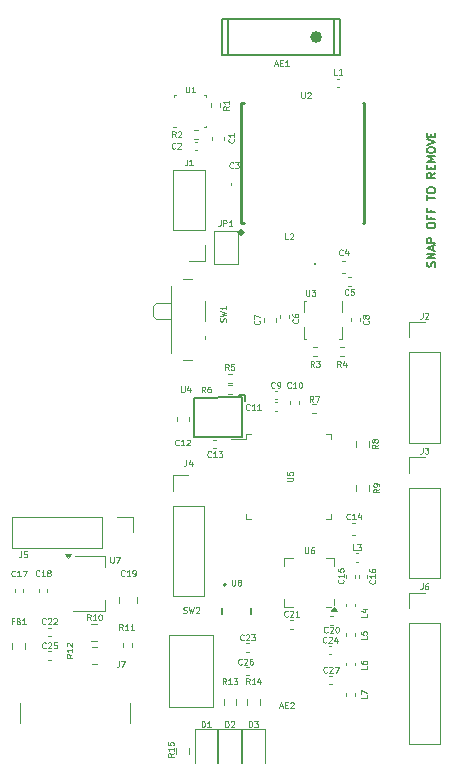
<source format=gbr>
%TF.GenerationSoftware,KiCad,Pcbnew,8.0.1*%
%TF.CreationDate,2024-07-18T13:50:24-04:00*%
%TF.ProjectId,Tiny4FSK,54696e79-3446-4534-9b2e-6b696361645f,rev?*%
%TF.SameCoordinates,Original*%
%TF.FileFunction,Legend,Top*%
%TF.FilePolarity,Positive*%
%FSLAX46Y46*%
G04 Gerber Fmt 4.6, Leading zero omitted, Abs format (unit mm)*
G04 Created by KiCad (PCBNEW 8.0.1) date 2024-07-18 13:50:24*
%MOMM*%
%LPD*%
G01*
G04 APERTURE LIST*
%ADD10C,0.175000*%
%ADD11C,0.100000*%
%ADD12C,0.120000*%
%ADD13C,0.500000*%
%ADD14C,0.127000*%
%ADD15C,0.254000*%
%ADD16C,0.300000*%
%ADD17C,0.152500*%
%ADD18C,0.152000*%
%ADD19C,0.200000*%
G04 APERTURE END LIST*
D10*
X163121900Y-65251535D02*
X163155233Y-65151535D01*
X163155233Y-65151535D02*
X163155233Y-64984869D01*
X163155233Y-64984869D02*
X163121900Y-64918202D01*
X163121900Y-64918202D02*
X163088566Y-64884869D01*
X163088566Y-64884869D02*
X163021900Y-64851535D01*
X163021900Y-64851535D02*
X162955233Y-64851535D01*
X162955233Y-64851535D02*
X162888566Y-64884869D01*
X162888566Y-64884869D02*
X162855233Y-64918202D01*
X162855233Y-64918202D02*
X162821900Y-64984869D01*
X162821900Y-64984869D02*
X162788566Y-65118202D01*
X162788566Y-65118202D02*
X162755233Y-65184869D01*
X162755233Y-65184869D02*
X162721900Y-65218202D01*
X162721900Y-65218202D02*
X162655233Y-65251535D01*
X162655233Y-65251535D02*
X162588566Y-65251535D01*
X162588566Y-65251535D02*
X162521900Y-65218202D01*
X162521900Y-65218202D02*
X162488566Y-65184869D01*
X162488566Y-65184869D02*
X162455233Y-65118202D01*
X162455233Y-65118202D02*
X162455233Y-64951535D01*
X162455233Y-64951535D02*
X162488566Y-64851535D01*
X163155233Y-64551535D02*
X162455233Y-64551535D01*
X162455233Y-64551535D02*
X163155233Y-64151535D01*
X163155233Y-64151535D02*
X162455233Y-64151535D01*
X162955233Y-63851535D02*
X162955233Y-63518202D01*
X163155233Y-63918202D02*
X162455233Y-63684869D01*
X162455233Y-63684869D02*
X163155233Y-63451535D01*
X163155233Y-63218202D02*
X162455233Y-63218202D01*
X162455233Y-63218202D02*
X162455233Y-62951535D01*
X162455233Y-62951535D02*
X162488566Y-62884869D01*
X162488566Y-62884869D02*
X162521900Y-62851535D01*
X162521900Y-62851535D02*
X162588566Y-62818202D01*
X162588566Y-62818202D02*
X162688566Y-62818202D01*
X162688566Y-62818202D02*
X162755233Y-62851535D01*
X162755233Y-62851535D02*
X162788566Y-62884869D01*
X162788566Y-62884869D02*
X162821900Y-62951535D01*
X162821900Y-62951535D02*
X162821900Y-63218202D01*
X162455233Y-61851536D02*
X162455233Y-61718202D01*
X162455233Y-61718202D02*
X162488566Y-61651536D01*
X162488566Y-61651536D02*
X162555233Y-61584869D01*
X162555233Y-61584869D02*
X162688566Y-61551536D01*
X162688566Y-61551536D02*
X162921900Y-61551536D01*
X162921900Y-61551536D02*
X163055233Y-61584869D01*
X163055233Y-61584869D02*
X163121900Y-61651536D01*
X163121900Y-61651536D02*
X163155233Y-61718202D01*
X163155233Y-61718202D02*
X163155233Y-61851536D01*
X163155233Y-61851536D02*
X163121900Y-61918202D01*
X163121900Y-61918202D02*
X163055233Y-61984869D01*
X163055233Y-61984869D02*
X162921900Y-62018202D01*
X162921900Y-62018202D02*
X162688566Y-62018202D01*
X162688566Y-62018202D02*
X162555233Y-61984869D01*
X162555233Y-61984869D02*
X162488566Y-61918202D01*
X162488566Y-61918202D02*
X162455233Y-61851536D01*
X162788566Y-61018203D02*
X162788566Y-61251536D01*
X163155233Y-61251536D02*
X162455233Y-61251536D01*
X162455233Y-61251536D02*
X162455233Y-60918203D01*
X162788566Y-60418203D02*
X162788566Y-60651536D01*
X163155233Y-60651536D02*
X162455233Y-60651536D01*
X162455233Y-60651536D02*
X162455233Y-60318203D01*
X162455233Y-59618203D02*
X162455233Y-59218203D01*
X163155233Y-59418203D02*
X162455233Y-59418203D01*
X162455233Y-58851537D02*
X162455233Y-58718203D01*
X162455233Y-58718203D02*
X162488566Y-58651537D01*
X162488566Y-58651537D02*
X162555233Y-58584870D01*
X162555233Y-58584870D02*
X162688566Y-58551537D01*
X162688566Y-58551537D02*
X162921900Y-58551537D01*
X162921900Y-58551537D02*
X163055233Y-58584870D01*
X163055233Y-58584870D02*
X163121900Y-58651537D01*
X163121900Y-58651537D02*
X163155233Y-58718203D01*
X163155233Y-58718203D02*
X163155233Y-58851537D01*
X163155233Y-58851537D02*
X163121900Y-58918203D01*
X163121900Y-58918203D02*
X163055233Y-58984870D01*
X163055233Y-58984870D02*
X162921900Y-59018203D01*
X162921900Y-59018203D02*
X162688566Y-59018203D01*
X162688566Y-59018203D02*
X162555233Y-58984870D01*
X162555233Y-58984870D02*
X162488566Y-58918203D01*
X162488566Y-58918203D02*
X162455233Y-58851537D01*
X163155233Y-57318204D02*
X162821900Y-57551537D01*
X163155233Y-57718204D02*
X162455233Y-57718204D01*
X162455233Y-57718204D02*
X162455233Y-57451537D01*
X162455233Y-57451537D02*
X162488566Y-57384871D01*
X162488566Y-57384871D02*
X162521900Y-57351537D01*
X162521900Y-57351537D02*
X162588566Y-57318204D01*
X162588566Y-57318204D02*
X162688566Y-57318204D01*
X162688566Y-57318204D02*
X162755233Y-57351537D01*
X162755233Y-57351537D02*
X162788566Y-57384871D01*
X162788566Y-57384871D02*
X162821900Y-57451537D01*
X162821900Y-57451537D02*
X162821900Y-57718204D01*
X162788566Y-57018204D02*
X162788566Y-56784871D01*
X163155233Y-56684871D02*
X163155233Y-57018204D01*
X163155233Y-57018204D02*
X162455233Y-57018204D01*
X162455233Y-57018204D02*
X162455233Y-56684871D01*
X163155233Y-56384871D02*
X162455233Y-56384871D01*
X162455233Y-56384871D02*
X162955233Y-56151538D01*
X162955233Y-56151538D02*
X162455233Y-55918204D01*
X162455233Y-55918204D02*
X163155233Y-55918204D01*
X162455233Y-55451538D02*
X162455233Y-55318204D01*
X162455233Y-55318204D02*
X162488566Y-55251538D01*
X162488566Y-55251538D02*
X162555233Y-55184871D01*
X162555233Y-55184871D02*
X162688566Y-55151538D01*
X162688566Y-55151538D02*
X162921900Y-55151538D01*
X162921900Y-55151538D02*
X163055233Y-55184871D01*
X163055233Y-55184871D02*
X163121900Y-55251538D01*
X163121900Y-55251538D02*
X163155233Y-55318204D01*
X163155233Y-55318204D02*
X163155233Y-55451538D01*
X163155233Y-55451538D02*
X163121900Y-55518204D01*
X163121900Y-55518204D02*
X163055233Y-55584871D01*
X163055233Y-55584871D02*
X162921900Y-55618204D01*
X162921900Y-55618204D02*
X162688566Y-55618204D01*
X162688566Y-55618204D02*
X162555233Y-55584871D01*
X162555233Y-55584871D02*
X162488566Y-55518204D01*
X162488566Y-55518204D02*
X162455233Y-55451538D01*
X162455233Y-54951538D02*
X163155233Y-54718205D01*
X163155233Y-54718205D02*
X162455233Y-54484871D01*
X162788566Y-54251538D02*
X162788566Y-54018205D01*
X163155233Y-53918205D02*
X163155233Y-54251538D01*
X163155233Y-54251538D02*
X162455233Y-54251538D01*
X162455233Y-54251538D02*
X162455233Y-53918205D01*
D11*
X136365260Y-98648622D02*
X136365260Y-99005765D01*
X136365260Y-99005765D02*
X136341451Y-99077193D01*
X136341451Y-99077193D02*
X136293832Y-99124813D01*
X136293832Y-99124813D02*
X136222403Y-99148622D01*
X136222403Y-99148622D02*
X136174784Y-99148622D01*
X136555736Y-98648622D02*
X136889069Y-98648622D01*
X136889069Y-98648622D02*
X136674784Y-99148622D01*
X150601109Y-83405952D02*
X151005871Y-83405952D01*
X151005871Y-83405952D02*
X151053490Y-83382142D01*
X151053490Y-83382142D02*
X151077300Y-83358333D01*
X151077300Y-83358333D02*
X151101109Y-83310714D01*
X151101109Y-83310714D02*
X151101109Y-83215476D01*
X151101109Y-83215476D02*
X151077300Y-83167857D01*
X151077300Y-83167857D02*
X151053490Y-83144047D01*
X151053490Y-83144047D02*
X151005871Y-83120238D01*
X151005871Y-83120238D02*
X150601109Y-83120238D01*
X150601109Y-82644047D02*
X150601109Y-82882142D01*
X150601109Y-82882142D02*
X150839204Y-82905951D01*
X150839204Y-82905951D02*
X150815395Y-82882142D01*
X150815395Y-82882142D02*
X150791585Y-82834523D01*
X150791585Y-82834523D02*
X150791585Y-82715475D01*
X150791585Y-82715475D02*
X150815395Y-82667856D01*
X150815395Y-82667856D02*
X150839204Y-82644047D01*
X150839204Y-82644047D02*
X150886823Y-82620237D01*
X150886823Y-82620237D02*
X151005871Y-82620237D01*
X151005871Y-82620237D02*
X151053490Y-82644047D01*
X151053490Y-82644047D02*
X151077300Y-82667856D01*
X151077300Y-82667856D02*
X151101109Y-82715475D01*
X151101109Y-82715475D02*
X151101109Y-82834523D01*
X151101109Y-82834523D02*
X151077300Y-82882142D01*
X151077300Y-82882142D02*
X151053490Y-82905951D01*
X149579105Y-48131591D02*
X149817200Y-48131591D01*
X149531486Y-48274448D02*
X149698152Y-47774448D01*
X149698152Y-47774448D02*
X149864819Y-48274448D01*
X150031485Y-48012543D02*
X150198152Y-48012543D01*
X150269580Y-48274448D02*
X150031485Y-48274448D01*
X150031485Y-48274448D02*
X150031485Y-47774448D01*
X150031485Y-47774448D02*
X150269580Y-47774448D01*
X150745771Y-48274448D02*
X150460057Y-48274448D01*
X150602914Y-48274448D02*
X150602914Y-47774448D01*
X150602914Y-47774448D02*
X150555295Y-47845877D01*
X150555295Y-47845877D02*
X150507676Y-47893496D01*
X150507676Y-47893496D02*
X150460057Y-47917305D01*
X151821806Y-50489905D02*
X151821806Y-50894667D01*
X151821806Y-50894667D02*
X151845616Y-50942286D01*
X151845616Y-50942286D02*
X151869425Y-50966096D01*
X151869425Y-50966096D02*
X151917044Y-50989905D01*
X151917044Y-50989905D02*
X152012282Y-50989905D01*
X152012282Y-50989905D02*
X152059901Y-50966096D01*
X152059901Y-50966096D02*
X152083711Y-50942286D01*
X152083711Y-50942286D02*
X152107520Y-50894667D01*
X152107520Y-50894667D02*
X152107520Y-50489905D01*
X152321807Y-50537524D02*
X152345616Y-50513715D01*
X152345616Y-50513715D02*
X152393235Y-50489905D01*
X152393235Y-50489905D02*
X152512283Y-50489905D01*
X152512283Y-50489905D02*
X152559902Y-50513715D01*
X152559902Y-50513715D02*
X152583711Y-50537524D01*
X152583711Y-50537524D02*
X152607521Y-50585143D01*
X152607521Y-50585143D02*
X152607521Y-50632762D01*
X152607521Y-50632762D02*
X152583711Y-50704191D01*
X152583711Y-50704191D02*
X152297997Y-50989905D01*
X152297997Y-50989905D02*
X152607521Y-50989905D01*
X135654047Y-89816109D02*
X135654047Y-90220871D01*
X135654047Y-90220871D02*
X135677857Y-90268490D01*
X135677857Y-90268490D02*
X135701666Y-90292300D01*
X135701666Y-90292300D02*
X135749285Y-90316109D01*
X135749285Y-90316109D02*
X135844523Y-90316109D01*
X135844523Y-90316109D02*
X135892142Y-90292300D01*
X135892142Y-90292300D02*
X135915952Y-90268490D01*
X135915952Y-90268490D02*
X135939761Y-90220871D01*
X135939761Y-90220871D02*
X135939761Y-89816109D01*
X136130238Y-89816109D02*
X136463571Y-89816109D01*
X136463571Y-89816109D02*
X136249286Y-90316109D01*
X136694151Y-96034191D02*
X136527485Y-95796096D01*
X136408437Y-96034191D02*
X136408437Y-95534191D01*
X136408437Y-95534191D02*
X136598913Y-95534191D01*
X136598913Y-95534191D02*
X136646532Y-95558001D01*
X136646532Y-95558001D02*
X136670342Y-95581810D01*
X136670342Y-95581810D02*
X136694151Y-95629429D01*
X136694151Y-95629429D02*
X136694151Y-95700858D01*
X136694151Y-95700858D02*
X136670342Y-95748477D01*
X136670342Y-95748477D02*
X136646532Y-95772286D01*
X136646532Y-95772286D02*
X136598913Y-95796096D01*
X136598913Y-95796096D02*
X136408437Y-95796096D01*
X137170342Y-96034191D02*
X136884628Y-96034191D01*
X137027485Y-96034191D02*
X137027485Y-95534191D01*
X137027485Y-95534191D02*
X136979866Y-95605620D01*
X136979866Y-95605620D02*
X136932247Y-95653239D01*
X136932247Y-95653239D02*
X136884628Y-95677048D01*
X137646532Y-96034191D02*
X137360818Y-96034191D01*
X137503675Y-96034191D02*
X137503675Y-95534191D01*
X137503675Y-95534191D02*
X137456056Y-95605620D01*
X137456056Y-95605620D02*
X137408437Y-95653239D01*
X137408437Y-95653239D02*
X137360818Y-95677048D01*
X129631884Y-91406978D02*
X129608075Y-91430788D01*
X129608075Y-91430788D02*
X129536646Y-91454597D01*
X129536646Y-91454597D02*
X129489027Y-91454597D01*
X129489027Y-91454597D02*
X129417599Y-91430788D01*
X129417599Y-91430788D02*
X129369980Y-91383168D01*
X129369980Y-91383168D02*
X129346170Y-91335549D01*
X129346170Y-91335549D02*
X129322361Y-91240311D01*
X129322361Y-91240311D02*
X129322361Y-91168883D01*
X129322361Y-91168883D02*
X129346170Y-91073645D01*
X129346170Y-91073645D02*
X129369980Y-91026026D01*
X129369980Y-91026026D02*
X129417599Y-90978407D01*
X129417599Y-90978407D02*
X129489027Y-90954597D01*
X129489027Y-90954597D02*
X129536646Y-90954597D01*
X129536646Y-90954597D02*
X129608075Y-90978407D01*
X129608075Y-90978407D02*
X129631884Y-91002216D01*
X130108075Y-91454597D02*
X129822361Y-91454597D01*
X129965218Y-91454597D02*
X129965218Y-90954597D01*
X129965218Y-90954597D02*
X129917599Y-91026026D01*
X129917599Y-91026026D02*
X129869980Y-91073645D01*
X129869980Y-91073645D02*
X129822361Y-91097454D01*
X130393789Y-91168883D02*
X130346170Y-91145073D01*
X130346170Y-91145073D02*
X130322360Y-91121264D01*
X130322360Y-91121264D02*
X130298551Y-91073645D01*
X130298551Y-91073645D02*
X130298551Y-91049835D01*
X130298551Y-91049835D02*
X130322360Y-91002216D01*
X130322360Y-91002216D02*
X130346170Y-90978407D01*
X130346170Y-90978407D02*
X130393789Y-90954597D01*
X130393789Y-90954597D02*
X130489027Y-90954597D01*
X130489027Y-90954597D02*
X130536646Y-90978407D01*
X130536646Y-90978407D02*
X130560455Y-91002216D01*
X130560455Y-91002216D02*
X130584265Y-91049835D01*
X130584265Y-91049835D02*
X130584265Y-91073645D01*
X130584265Y-91073645D02*
X130560455Y-91121264D01*
X130560455Y-91121264D02*
X130536646Y-91145073D01*
X130536646Y-91145073D02*
X130489027Y-91168883D01*
X130489027Y-91168883D02*
X130393789Y-91168883D01*
X130393789Y-91168883D02*
X130346170Y-91192692D01*
X130346170Y-91192692D02*
X130322360Y-91216502D01*
X130322360Y-91216502D02*
X130298551Y-91264121D01*
X130298551Y-91264121D02*
X130298551Y-91359359D01*
X130298551Y-91359359D02*
X130322360Y-91406978D01*
X130322360Y-91406978D02*
X130346170Y-91430788D01*
X130346170Y-91430788D02*
X130393789Y-91454597D01*
X130393789Y-91454597D02*
X130489027Y-91454597D01*
X130489027Y-91454597D02*
X130536646Y-91430788D01*
X130536646Y-91430788D02*
X130560455Y-91406978D01*
X130560455Y-91406978D02*
X130584265Y-91359359D01*
X130584265Y-91359359D02*
X130584265Y-91264121D01*
X130584265Y-91264121D02*
X130560455Y-91216502D01*
X130560455Y-91216502D02*
X130536646Y-91192692D01*
X130536646Y-91192692D02*
X130489027Y-91168883D01*
X130160838Y-95460641D02*
X130137029Y-95484451D01*
X130137029Y-95484451D02*
X130065600Y-95508260D01*
X130065600Y-95508260D02*
X130017981Y-95508260D01*
X130017981Y-95508260D02*
X129946553Y-95484451D01*
X129946553Y-95484451D02*
X129898934Y-95436831D01*
X129898934Y-95436831D02*
X129875124Y-95389212D01*
X129875124Y-95389212D02*
X129851315Y-95293974D01*
X129851315Y-95293974D02*
X129851315Y-95222546D01*
X129851315Y-95222546D02*
X129875124Y-95127308D01*
X129875124Y-95127308D02*
X129898934Y-95079689D01*
X129898934Y-95079689D02*
X129946553Y-95032070D01*
X129946553Y-95032070D02*
X130017981Y-95008260D01*
X130017981Y-95008260D02*
X130065600Y-95008260D01*
X130065600Y-95008260D02*
X130137029Y-95032070D01*
X130137029Y-95032070D02*
X130160838Y-95055879D01*
X130351315Y-95055879D02*
X130375124Y-95032070D01*
X130375124Y-95032070D02*
X130422743Y-95008260D01*
X130422743Y-95008260D02*
X130541791Y-95008260D01*
X130541791Y-95008260D02*
X130589410Y-95032070D01*
X130589410Y-95032070D02*
X130613219Y-95055879D01*
X130613219Y-95055879D02*
X130637029Y-95103498D01*
X130637029Y-95103498D02*
X130637029Y-95151117D01*
X130637029Y-95151117D02*
X130613219Y-95222546D01*
X130613219Y-95222546D02*
X130327505Y-95508260D01*
X130327505Y-95508260D02*
X130637029Y-95508260D01*
X130827505Y-95055879D02*
X130851314Y-95032070D01*
X130851314Y-95032070D02*
X130898933Y-95008260D01*
X130898933Y-95008260D02*
X131017981Y-95008260D01*
X131017981Y-95008260D02*
X131065600Y-95032070D01*
X131065600Y-95032070D02*
X131089409Y-95055879D01*
X131089409Y-95055879D02*
X131113219Y-95103498D01*
X131113219Y-95103498D02*
X131113219Y-95151117D01*
X131113219Y-95151117D02*
X131089409Y-95222546D01*
X131089409Y-95222546D02*
X130803695Y-95508260D01*
X130803695Y-95508260D02*
X131113219Y-95508260D01*
X127574587Y-91438727D02*
X127550778Y-91462537D01*
X127550778Y-91462537D02*
X127479349Y-91486346D01*
X127479349Y-91486346D02*
X127431730Y-91486346D01*
X127431730Y-91486346D02*
X127360302Y-91462537D01*
X127360302Y-91462537D02*
X127312683Y-91414917D01*
X127312683Y-91414917D02*
X127288873Y-91367298D01*
X127288873Y-91367298D02*
X127265064Y-91272060D01*
X127265064Y-91272060D02*
X127265064Y-91200632D01*
X127265064Y-91200632D02*
X127288873Y-91105394D01*
X127288873Y-91105394D02*
X127312683Y-91057775D01*
X127312683Y-91057775D02*
X127360302Y-91010156D01*
X127360302Y-91010156D02*
X127431730Y-90986346D01*
X127431730Y-90986346D02*
X127479349Y-90986346D01*
X127479349Y-90986346D02*
X127550778Y-91010156D01*
X127550778Y-91010156D02*
X127574587Y-91033965D01*
X128050778Y-91486346D02*
X127765064Y-91486346D01*
X127907921Y-91486346D02*
X127907921Y-90986346D01*
X127907921Y-90986346D02*
X127860302Y-91057775D01*
X127860302Y-91057775D02*
X127812683Y-91105394D01*
X127812683Y-91105394D02*
X127765064Y-91129203D01*
X128217444Y-90986346D02*
X128550777Y-90986346D01*
X128550777Y-90986346D02*
X128336492Y-91486346D01*
X130175663Y-97524536D02*
X130151854Y-97548346D01*
X130151854Y-97548346D02*
X130080425Y-97572155D01*
X130080425Y-97572155D02*
X130032806Y-97572155D01*
X130032806Y-97572155D02*
X129961378Y-97548346D01*
X129961378Y-97548346D02*
X129913759Y-97500726D01*
X129913759Y-97500726D02*
X129889949Y-97453107D01*
X129889949Y-97453107D02*
X129866140Y-97357869D01*
X129866140Y-97357869D02*
X129866140Y-97286441D01*
X129866140Y-97286441D02*
X129889949Y-97191203D01*
X129889949Y-97191203D02*
X129913759Y-97143584D01*
X129913759Y-97143584D02*
X129961378Y-97095965D01*
X129961378Y-97095965D02*
X130032806Y-97072155D01*
X130032806Y-97072155D02*
X130080425Y-97072155D01*
X130080425Y-97072155D02*
X130151854Y-97095965D01*
X130151854Y-97095965D02*
X130175663Y-97119774D01*
X130366140Y-97119774D02*
X130389949Y-97095965D01*
X130389949Y-97095965D02*
X130437568Y-97072155D01*
X130437568Y-97072155D02*
X130556616Y-97072155D01*
X130556616Y-97072155D02*
X130604235Y-97095965D01*
X130604235Y-97095965D02*
X130628044Y-97119774D01*
X130628044Y-97119774D02*
X130651854Y-97167393D01*
X130651854Y-97167393D02*
X130651854Y-97215012D01*
X130651854Y-97215012D02*
X130628044Y-97286441D01*
X130628044Y-97286441D02*
X130342330Y-97572155D01*
X130342330Y-97572155D02*
X130651854Y-97572155D01*
X131104234Y-97072155D02*
X130866139Y-97072155D01*
X130866139Y-97072155D02*
X130842330Y-97310250D01*
X130842330Y-97310250D02*
X130866139Y-97286441D01*
X130866139Y-97286441D02*
X130913758Y-97262631D01*
X130913758Y-97262631D02*
X131032806Y-97262631D01*
X131032806Y-97262631D02*
X131080425Y-97286441D01*
X131080425Y-97286441D02*
X131104234Y-97310250D01*
X131104234Y-97310250D02*
X131128044Y-97357869D01*
X131128044Y-97357869D02*
X131128044Y-97476917D01*
X131128044Y-97476917D02*
X131104234Y-97524536D01*
X131104234Y-97524536D02*
X131080425Y-97548346D01*
X131080425Y-97548346D02*
X131032806Y-97572155D01*
X131032806Y-97572155D02*
X130913758Y-97572155D01*
X130913758Y-97572155D02*
X130866139Y-97548346D01*
X130866139Y-97548346D02*
X130842330Y-97524536D01*
X133972008Y-95194147D02*
X133805342Y-94956052D01*
X133686294Y-95194147D02*
X133686294Y-94694147D01*
X133686294Y-94694147D02*
X133876770Y-94694147D01*
X133876770Y-94694147D02*
X133924389Y-94717957D01*
X133924389Y-94717957D02*
X133948199Y-94741766D01*
X133948199Y-94741766D02*
X133972008Y-94789385D01*
X133972008Y-94789385D02*
X133972008Y-94860814D01*
X133972008Y-94860814D02*
X133948199Y-94908433D01*
X133948199Y-94908433D02*
X133924389Y-94932242D01*
X133924389Y-94932242D02*
X133876770Y-94956052D01*
X133876770Y-94956052D02*
X133686294Y-94956052D01*
X134448199Y-95194147D02*
X134162485Y-95194147D01*
X134305342Y-95194147D02*
X134305342Y-94694147D01*
X134305342Y-94694147D02*
X134257723Y-94765576D01*
X134257723Y-94765576D02*
X134210104Y-94813195D01*
X134210104Y-94813195D02*
X134162485Y-94837004D01*
X134757722Y-94694147D02*
X134805341Y-94694147D01*
X134805341Y-94694147D02*
X134852960Y-94717957D01*
X134852960Y-94717957D02*
X134876770Y-94741766D01*
X134876770Y-94741766D02*
X134900579Y-94789385D01*
X134900579Y-94789385D02*
X134924389Y-94884623D01*
X134924389Y-94884623D02*
X134924389Y-95003671D01*
X134924389Y-95003671D02*
X134900579Y-95098909D01*
X134900579Y-95098909D02*
X134876770Y-95146528D01*
X134876770Y-95146528D02*
X134852960Y-95170338D01*
X134852960Y-95170338D02*
X134805341Y-95194147D01*
X134805341Y-95194147D02*
X134757722Y-95194147D01*
X134757722Y-95194147D02*
X134710103Y-95170338D01*
X134710103Y-95170338D02*
X134686294Y-95146528D01*
X134686294Y-95146528D02*
X134662484Y-95098909D01*
X134662484Y-95098909D02*
X134638675Y-95003671D01*
X134638675Y-95003671D02*
X134638675Y-94884623D01*
X134638675Y-94884623D02*
X134662484Y-94789385D01*
X134662484Y-94789385D02*
X134686294Y-94741766D01*
X134686294Y-94741766D02*
X134710103Y-94717957D01*
X134710103Y-94717957D02*
X134757722Y-94694147D01*
X132438576Y-98064778D02*
X132200481Y-98231444D01*
X132438576Y-98350492D02*
X131938576Y-98350492D01*
X131938576Y-98350492D02*
X131938576Y-98160016D01*
X131938576Y-98160016D02*
X131962386Y-98112397D01*
X131962386Y-98112397D02*
X131986195Y-98088587D01*
X131986195Y-98088587D02*
X132033814Y-98064778D01*
X132033814Y-98064778D02*
X132105243Y-98064778D01*
X132105243Y-98064778D02*
X132152862Y-98088587D01*
X132152862Y-98088587D02*
X132176671Y-98112397D01*
X132176671Y-98112397D02*
X132200481Y-98160016D01*
X132200481Y-98160016D02*
X132200481Y-98350492D01*
X132438576Y-97588587D02*
X132438576Y-97874301D01*
X132438576Y-97731444D02*
X131938576Y-97731444D01*
X131938576Y-97731444D02*
X132010005Y-97779063D01*
X132010005Y-97779063D02*
X132057624Y-97826682D01*
X132057624Y-97826682D02*
X132081433Y-97874301D01*
X131986195Y-97398111D02*
X131962386Y-97374302D01*
X131962386Y-97374302D02*
X131938576Y-97326683D01*
X131938576Y-97326683D02*
X131938576Y-97207635D01*
X131938576Y-97207635D02*
X131962386Y-97160016D01*
X131962386Y-97160016D02*
X131986195Y-97136207D01*
X131986195Y-97136207D02*
X132033814Y-97112397D01*
X132033814Y-97112397D02*
X132081433Y-97112397D01*
X132081433Y-97112397D02*
X132152862Y-97136207D01*
X132152862Y-97136207D02*
X132438576Y-97421921D01*
X132438576Y-97421921D02*
X132438576Y-97112397D01*
X128113393Y-89358476D02*
X128113393Y-89715619D01*
X128113393Y-89715619D02*
X128089584Y-89787047D01*
X128089584Y-89787047D02*
X128041965Y-89834667D01*
X128041965Y-89834667D02*
X127970536Y-89858476D01*
X127970536Y-89858476D02*
X127922917Y-89858476D01*
X128589583Y-89358476D02*
X128351488Y-89358476D01*
X128351488Y-89358476D02*
X128327679Y-89596571D01*
X128327679Y-89596571D02*
X128351488Y-89572762D01*
X128351488Y-89572762D02*
X128399107Y-89548952D01*
X128399107Y-89548952D02*
X128518155Y-89548952D01*
X128518155Y-89548952D02*
X128565774Y-89572762D01*
X128565774Y-89572762D02*
X128589583Y-89596571D01*
X128589583Y-89596571D02*
X128613393Y-89644190D01*
X128613393Y-89644190D02*
X128613393Y-89763238D01*
X128613393Y-89763238D02*
X128589583Y-89810857D01*
X128589583Y-89810857D02*
X128565774Y-89834667D01*
X128565774Y-89834667D02*
X128518155Y-89858476D01*
X128518155Y-89858476D02*
X128399107Y-89858476D01*
X128399107Y-89858476D02*
X128351488Y-89834667D01*
X128351488Y-89834667D02*
X128327679Y-89810857D01*
X127448334Y-95279204D02*
X127281667Y-95279204D01*
X127281667Y-95541109D02*
X127281667Y-95041109D01*
X127281667Y-95041109D02*
X127519762Y-95041109D01*
X127876905Y-95279204D02*
X127948333Y-95303014D01*
X127948333Y-95303014D02*
X127972143Y-95326823D01*
X127972143Y-95326823D02*
X127995952Y-95374442D01*
X127995952Y-95374442D02*
X127995952Y-95445871D01*
X127995952Y-95445871D02*
X127972143Y-95493490D01*
X127972143Y-95493490D02*
X127948333Y-95517300D01*
X127948333Y-95517300D02*
X127900714Y-95541109D01*
X127900714Y-95541109D02*
X127710238Y-95541109D01*
X127710238Y-95541109D02*
X127710238Y-95041109D01*
X127710238Y-95041109D02*
X127876905Y-95041109D01*
X127876905Y-95041109D02*
X127924524Y-95064919D01*
X127924524Y-95064919D02*
X127948333Y-95088728D01*
X127948333Y-95088728D02*
X127972143Y-95136347D01*
X127972143Y-95136347D02*
X127972143Y-95183966D01*
X127972143Y-95183966D02*
X127948333Y-95231585D01*
X127948333Y-95231585D02*
X127924524Y-95255395D01*
X127924524Y-95255395D02*
X127876905Y-95279204D01*
X127876905Y-95279204D02*
X127710238Y-95279204D01*
X128472143Y-95541109D02*
X128186429Y-95541109D01*
X128329286Y-95541109D02*
X128329286Y-95041109D01*
X128329286Y-95041109D02*
X128281667Y-95112538D01*
X128281667Y-95112538D02*
X128234048Y-95160157D01*
X128234048Y-95160157D02*
X128186429Y-95183966D01*
X136851476Y-91396733D02*
X136827667Y-91420543D01*
X136827667Y-91420543D02*
X136756238Y-91444352D01*
X136756238Y-91444352D02*
X136708619Y-91444352D01*
X136708619Y-91444352D02*
X136637191Y-91420543D01*
X136637191Y-91420543D02*
X136589572Y-91372923D01*
X136589572Y-91372923D02*
X136565762Y-91325304D01*
X136565762Y-91325304D02*
X136541953Y-91230066D01*
X136541953Y-91230066D02*
X136541953Y-91158638D01*
X136541953Y-91158638D02*
X136565762Y-91063400D01*
X136565762Y-91063400D02*
X136589572Y-91015781D01*
X136589572Y-91015781D02*
X136637191Y-90968162D01*
X136637191Y-90968162D02*
X136708619Y-90944352D01*
X136708619Y-90944352D02*
X136756238Y-90944352D01*
X136756238Y-90944352D02*
X136827667Y-90968162D01*
X136827667Y-90968162D02*
X136851476Y-90991971D01*
X137327667Y-91444352D02*
X137041953Y-91444352D01*
X137184810Y-91444352D02*
X137184810Y-90944352D01*
X137184810Y-90944352D02*
X137137191Y-91015781D01*
X137137191Y-91015781D02*
X137089572Y-91063400D01*
X137089572Y-91063400D02*
X137041953Y-91087209D01*
X137565762Y-91444352D02*
X137661000Y-91444352D01*
X137661000Y-91444352D02*
X137708619Y-91420543D01*
X137708619Y-91420543D02*
X137732428Y-91396733D01*
X137732428Y-91396733D02*
X137780047Y-91325304D01*
X137780047Y-91325304D02*
X137803857Y-91230066D01*
X137803857Y-91230066D02*
X137803857Y-91039590D01*
X137803857Y-91039590D02*
X137780047Y-90991971D01*
X137780047Y-90991971D02*
X137756238Y-90968162D01*
X137756238Y-90968162D02*
X137708619Y-90944352D01*
X137708619Y-90944352D02*
X137613381Y-90944352D01*
X137613381Y-90944352D02*
X137565762Y-90968162D01*
X137565762Y-90968162D02*
X137541952Y-90991971D01*
X137541952Y-90991971D02*
X137518143Y-91039590D01*
X137518143Y-91039590D02*
X137518143Y-91158638D01*
X137518143Y-91158638D02*
X137541952Y-91206257D01*
X137541952Y-91206257D02*
X137565762Y-91230066D01*
X137565762Y-91230066D02*
X137613381Y-91253876D01*
X137613381Y-91253876D02*
X137708619Y-91253876D01*
X137708619Y-91253876D02*
X137756238Y-91230066D01*
X137756238Y-91230066D02*
X137780047Y-91206257D01*
X137780047Y-91206257D02*
X137803857Y-91158638D01*
X157363361Y-96554583D02*
X157363361Y-96792678D01*
X157363361Y-96792678D02*
X156863361Y-96792678D01*
X156863361Y-96149821D02*
X156863361Y-96387916D01*
X156863361Y-96387916D02*
X157101456Y-96411725D01*
X157101456Y-96411725D02*
X157077647Y-96387916D01*
X157077647Y-96387916D02*
X157053837Y-96340297D01*
X157053837Y-96340297D02*
X157053837Y-96221249D01*
X157053837Y-96221249D02*
X157077647Y-96173630D01*
X157077647Y-96173630D02*
X157101456Y-96149821D01*
X157101456Y-96149821D02*
X157149075Y-96126011D01*
X157149075Y-96126011D02*
X157268123Y-96126011D01*
X157268123Y-96126011D02*
X157315742Y-96149821D01*
X157315742Y-96149821D02*
X157339552Y-96173630D01*
X157339552Y-96173630D02*
X157363361Y-96221249D01*
X157363361Y-96221249D02*
X157363361Y-96340297D01*
X157363361Y-96340297D02*
X157339552Y-96387916D01*
X157339552Y-96387916D02*
X157315742Y-96411725D01*
X147435259Y-77336386D02*
X147411450Y-77360196D01*
X147411450Y-77360196D02*
X147340021Y-77384005D01*
X147340021Y-77384005D02*
X147292402Y-77384005D01*
X147292402Y-77384005D02*
X147220974Y-77360196D01*
X147220974Y-77360196D02*
X147173355Y-77312576D01*
X147173355Y-77312576D02*
X147149545Y-77264957D01*
X147149545Y-77264957D02*
X147125736Y-77169719D01*
X147125736Y-77169719D02*
X147125736Y-77098291D01*
X147125736Y-77098291D02*
X147149545Y-77003053D01*
X147149545Y-77003053D02*
X147173355Y-76955434D01*
X147173355Y-76955434D02*
X147220974Y-76907815D01*
X147220974Y-76907815D02*
X147292402Y-76884005D01*
X147292402Y-76884005D02*
X147340021Y-76884005D01*
X147340021Y-76884005D02*
X147411450Y-76907815D01*
X147411450Y-76907815D02*
X147435259Y-76931624D01*
X147911450Y-77384005D02*
X147625736Y-77384005D01*
X147768593Y-77384005D02*
X147768593Y-76884005D01*
X147768593Y-76884005D02*
X147720974Y-76955434D01*
X147720974Y-76955434D02*
X147673355Y-77003053D01*
X147673355Y-77003053D02*
X147625736Y-77026862D01*
X148387640Y-77384005D02*
X148101926Y-77384005D01*
X148244783Y-77384005D02*
X148244783Y-76884005D01*
X148244783Y-76884005D02*
X148197164Y-76955434D01*
X148197164Y-76955434D02*
X148149545Y-77003053D01*
X148149545Y-77003053D02*
X148101926Y-77026862D01*
X141639376Y-75401417D02*
X141639376Y-75806179D01*
X141639376Y-75806179D02*
X141663186Y-75853798D01*
X141663186Y-75853798D02*
X141686995Y-75877608D01*
X141686995Y-75877608D02*
X141734614Y-75901417D01*
X141734614Y-75901417D02*
X141829852Y-75901417D01*
X141829852Y-75901417D02*
X141877471Y-75877608D01*
X141877471Y-75877608D02*
X141901281Y-75853798D01*
X141901281Y-75853798D02*
X141925090Y-75806179D01*
X141925090Y-75806179D02*
X141925090Y-75401417D01*
X142377472Y-75568084D02*
X142377472Y-75901417D01*
X142258424Y-75377608D02*
X142139377Y-75734750D01*
X142139377Y-75734750D02*
X142448900Y-75734750D01*
X145660215Y-74005300D02*
X145493549Y-73767205D01*
X145374501Y-74005300D02*
X145374501Y-73505300D01*
X145374501Y-73505300D02*
X145564977Y-73505300D01*
X145564977Y-73505300D02*
X145612596Y-73529110D01*
X145612596Y-73529110D02*
X145636406Y-73552919D01*
X145636406Y-73552919D02*
X145660215Y-73600538D01*
X145660215Y-73600538D02*
X145660215Y-73671967D01*
X145660215Y-73671967D02*
X145636406Y-73719586D01*
X145636406Y-73719586D02*
X145612596Y-73743395D01*
X145612596Y-73743395D02*
X145564977Y-73767205D01*
X145564977Y-73767205D02*
X145374501Y-73767205D01*
X146112596Y-73505300D02*
X145874501Y-73505300D01*
X145874501Y-73505300D02*
X145850692Y-73743395D01*
X145850692Y-73743395D02*
X145874501Y-73719586D01*
X145874501Y-73719586D02*
X145922120Y-73695776D01*
X145922120Y-73695776D02*
X146041168Y-73695776D01*
X146041168Y-73695776D02*
X146088787Y-73719586D01*
X146088787Y-73719586D02*
X146112596Y-73743395D01*
X146112596Y-73743395D02*
X146136406Y-73791014D01*
X146136406Y-73791014D02*
X146136406Y-73910062D01*
X146136406Y-73910062D02*
X146112596Y-73957681D01*
X146112596Y-73957681D02*
X146088787Y-73981491D01*
X146088787Y-73981491D02*
X146041168Y-74005300D01*
X146041168Y-74005300D02*
X145922120Y-74005300D01*
X145922120Y-74005300D02*
X145874501Y-73981491D01*
X145874501Y-73981491D02*
X145850692Y-73957681D01*
X142083333Y-81606109D02*
X142083333Y-81963252D01*
X142083333Y-81963252D02*
X142059524Y-82034680D01*
X142059524Y-82034680D02*
X142011905Y-82082300D01*
X142011905Y-82082300D02*
X141940476Y-82106109D01*
X141940476Y-82106109D02*
X141892857Y-82106109D01*
X142535714Y-81772776D02*
X142535714Y-82106109D01*
X142416666Y-81582300D02*
X142297619Y-81939442D01*
X142297619Y-81939442D02*
X142607142Y-81939442D01*
X158039312Y-91789927D02*
X158063122Y-91813736D01*
X158063122Y-91813736D02*
X158086931Y-91885165D01*
X158086931Y-91885165D02*
X158086931Y-91932784D01*
X158086931Y-91932784D02*
X158063122Y-92004212D01*
X158063122Y-92004212D02*
X158015502Y-92051831D01*
X158015502Y-92051831D02*
X157967883Y-92075641D01*
X157967883Y-92075641D02*
X157872645Y-92099450D01*
X157872645Y-92099450D02*
X157801217Y-92099450D01*
X157801217Y-92099450D02*
X157705979Y-92075641D01*
X157705979Y-92075641D02*
X157658360Y-92051831D01*
X157658360Y-92051831D02*
X157610741Y-92004212D01*
X157610741Y-92004212D02*
X157586931Y-91932784D01*
X157586931Y-91932784D02*
X157586931Y-91885165D01*
X157586931Y-91885165D02*
X157610741Y-91813736D01*
X157610741Y-91813736D02*
X157634550Y-91789927D01*
X158086931Y-91313736D02*
X158086931Y-91599450D01*
X158086931Y-91456593D02*
X157586931Y-91456593D01*
X157586931Y-91456593D02*
X157658360Y-91504212D01*
X157658360Y-91504212D02*
X157705979Y-91551831D01*
X157705979Y-91551831D02*
X157729788Y-91599450D01*
X157586931Y-90885165D02*
X157586931Y-90980403D01*
X157586931Y-90980403D02*
X157610741Y-91028022D01*
X157610741Y-91028022D02*
X157634550Y-91051832D01*
X157634550Y-91051832D02*
X157705979Y-91099451D01*
X157705979Y-91099451D02*
X157801217Y-91123260D01*
X157801217Y-91123260D02*
X157991693Y-91123260D01*
X157991693Y-91123260D02*
X158039312Y-91099451D01*
X158039312Y-91099451D02*
X158063122Y-91075641D01*
X158063122Y-91075641D02*
X158086931Y-91028022D01*
X158086931Y-91028022D02*
X158086931Y-90932784D01*
X158086931Y-90932784D02*
X158063122Y-90885165D01*
X158063122Y-90885165D02*
X158039312Y-90861356D01*
X158039312Y-90861356D02*
X157991693Y-90837546D01*
X157991693Y-90837546D02*
X157872645Y-90837546D01*
X157872645Y-90837546D02*
X157825026Y-90861356D01*
X157825026Y-90861356D02*
X157801217Y-90885165D01*
X157801217Y-90885165D02*
X157777407Y-90932784D01*
X157777407Y-90932784D02*
X157777407Y-91028022D01*
X157777407Y-91028022D02*
X157801217Y-91075641D01*
X157801217Y-91075641D02*
X157825026Y-91099451D01*
X157825026Y-91099451D02*
X157872645Y-91123260D01*
X144974304Y-61336500D02*
X144974304Y-61693643D01*
X144974304Y-61693643D02*
X144950495Y-61765071D01*
X144950495Y-61765071D02*
X144902876Y-61812691D01*
X144902876Y-61812691D02*
X144831447Y-61836500D01*
X144831447Y-61836500D02*
X144783828Y-61836500D01*
X145212399Y-61836500D02*
X145212399Y-61336500D01*
X145212399Y-61336500D02*
X145402875Y-61336500D01*
X145402875Y-61336500D02*
X145450494Y-61360310D01*
X145450494Y-61360310D02*
X145474304Y-61384119D01*
X145474304Y-61384119D02*
X145498113Y-61431738D01*
X145498113Y-61431738D02*
X145498113Y-61503167D01*
X145498113Y-61503167D02*
X145474304Y-61550786D01*
X145474304Y-61550786D02*
X145450494Y-61574595D01*
X145450494Y-61574595D02*
X145402875Y-61598405D01*
X145402875Y-61598405D02*
X145212399Y-61598405D01*
X145974304Y-61836500D02*
X145688590Y-61836500D01*
X145831447Y-61836500D02*
X145831447Y-61336500D01*
X145831447Y-61336500D02*
X145783828Y-61407929D01*
X145783828Y-61407929D02*
X145736209Y-61455548D01*
X145736209Y-61455548D02*
X145688590Y-61479357D01*
X162083333Y-80596109D02*
X162083333Y-80953252D01*
X162083333Y-80953252D02*
X162059524Y-81024680D01*
X162059524Y-81024680D02*
X162011905Y-81072300D01*
X162011905Y-81072300D02*
X161940476Y-81096109D01*
X161940476Y-81096109D02*
X161892857Y-81096109D01*
X162273809Y-80596109D02*
X162583333Y-80596109D01*
X162583333Y-80596109D02*
X162416666Y-80786585D01*
X162416666Y-80786585D02*
X162488095Y-80786585D01*
X162488095Y-80786585D02*
X162535714Y-80810395D01*
X162535714Y-80810395D02*
X162559523Y-80834204D01*
X162559523Y-80834204D02*
X162583333Y-80881823D01*
X162583333Y-80881823D02*
X162583333Y-81000871D01*
X162583333Y-81000871D02*
X162559523Y-81048490D01*
X162559523Y-81048490D02*
X162535714Y-81072300D01*
X162535714Y-81072300D02*
X162488095Y-81096109D01*
X162488095Y-81096109D02*
X162345238Y-81096109D01*
X162345238Y-81096109D02*
X162297619Y-81072300D01*
X162297619Y-81072300D02*
X162273809Y-81048490D01*
X146036360Y-56860794D02*
X146012551Y-56884604D01*
X146012551Y-56884604D02*
X145941122Y-56908413D01*
X145941122Y-56908413D02*
X145893503Y-56908413D01*
X145893503Y-56908413D02*
X145822075Y-56884604D01*
X145822075Y-56884604D02*
X145774456Y-56836984D01*
X145774456Y-56836984D02*
X145750646Y-56789365D01*
X145750646Y-56789365D02*
X145726837Y-56694127D01*
X145726837Y-56694127D02*
X145726837Y-56622699D01*
X145726837Y-56622699D02*
X145750646Y-56527461D01*
X145750646Y-56527461D02*
X145774456Y-56479842D01*
X145774456Y-56479842D02*
X145822075Y-56432223D01*
X145822075Y-56432223D02*
X145893503Y-56408413D01*
X145893503Y-56408413D02*
X145941122Y-56408413D01*
X145941122Y-56408413D02*
X146012551Y-56432223D01*
X146012551Y-56432223D02*
X146036360Y-56456032D01*
X146203027Y-56408413D02*
X146512551Y-56408413D01*
X146512551Y-56408413D02*
X146345884Y-56598889D01*
X146345884Y-56598889D02*
X146417313Y-56598889D01*
X146417313Y-56598889D02*
X146464932Y-56622699D01*
X146464932Y-56622699D02*
X146488741Y-56646508D01*
X146488741Y-56646508D02*
X146512551Y-56694127D01*
X146512551Y-56694127D02*
X146512551Y-56813175D01*
X146512551Y-56813175D02*
X146488741Y-56860794D01*
X146488741Y-56860794D02*
X146464932Y-56884604D01*
X146464932Y-56884604D02*
X146417313Y-56908413D01*
X146417313Y-56908413D02*
X146274456Y-56908413D01*
X146274456Y-56908413D02*
X146226837Y-56884604D01*
X146226837Y-56884604D02*
X146203027Y-56860794D01*
X154036260Y-96181906D02*
X154012451Y-96205716D01*
X154012451Y-96205716D02*
X153941022Y-96229525D01*
X153941022Y-96229525D02*
X153893403Y-96229525D01*
X153893403Y-96229525D02*
X153821975Y-96205716D01*
X153821975Y-96205716D02*
X153774356Y-96158096D01*
X153774356Y-96158096D02*
X153750546Y-96110477D01*
X153750546Y-96110477D02*
X153726737Y-96015239D01*
X153726737Y-96015239D02*
X153726737Y-95943811D01*
X153726737Y-95943811D02*
X153750546Y-95848573D01*
X153750546Y-95848573D02*
X153774356Y-95800954D01*
X153774356Y-95800954D02*
X153821975Y-95753335D01*
X153821975Y-95753335D02*
X153893403Y-95729525D01*
X153893403Y-95729525D02*
X153941022Y-95729525D01*
X153941022Y-95729525D02*
X154012451Y-95753335D01*
X154012451Y-95753335D02*
X154036260Y-95777144D01*
X154226737Y-95777144D02*
X154250546Y-95753335D01*
X154250546Y-95753335D02*
X154298165Y-95729525D01*
X154298165Y-95729525D02*
X154417213Y-95729525D01*
X154417213Y-95729525D02*
X154464832Y-95753335D01*
X154464832Y-95753335D02*
X154488641Y-95777144D01*
X154488641Y-95777144D02*
X154512451Y-95824763D01*
X154512451Y-95824763D02*
X154512451Y-95872382D01*
X154512451Y-95872382D02*
X154488641Y-95943811D01*
X154488641Y-95943811D02*
X154202927Y-96229525D01*
X154202927Y-96229525D02*
X154512451Y-96229525D01*
X154821974Y-95729525D02*
X154869593Y-95729525D01*
X154869593Y-95729525D02*
X154917212Y-95753335D01*
X154917212Y-95753335D02*
X154941022Y-95777144D01*
X154941022Y-95777144D02*
X154964831Y-95824763D01*
X154964831Y-95824763D02*
X154988641Y-95920001D01*
X154988641Y-95920001D02*
X154988641Y-96039049D01*
X154988641Y-96039049D02*
X154964831Y-96134287D01*
X154964831Y-96134287D02*
X154941022Y-96181906D01*
X154941022Y-96181906D02*
X154917212Y-96205716D01*
X154917212Y-96205716D02*
X154869593Y-96229525D01*
X154869593Y-96229525D02*
X154821974Y-96229525D01*
X154821974Y-96229525D02*
X154774355Y-96205716D01*
X154774355Y-96205716D02*
X154750546Y-96181906D01*
X154750546Y-96181906D02*
X154726736Y-96134287D01*
X154726736Y-96134287D02*
X154702927Y-96039049D01*
X154702927Y-96039049D02*
X154702927Y-95920001D01*
X154702927Y-95920001D02*
X154726736Y-95824763D01*
X154726736Y-95824763D02*
X154750546Y-95777144D01*
X154750546Y-95777144D02*
X154774355Y-95753335D01*
X154774355Y-95753335D02*
X154821974Y-95729525D01*
X148253490Y-69838333D02*
X148277300Y-69862142D01*
X148277300Y-69862142D02*
X148301109Y-69933571D01*
X148301109Y-69933571D02*
X148301109Y-69981190D01*
X148301109Y-69981190D02*
X148277300Y-70052618D01*
X148277300Y-70052618D02*
X148229680Y-70100237D01*
X148229680Y-70100237D02*
X148182061Y-70124047D01*
X148182061Y-70124047D02*
X148086823Y-70147856D01*
X148086823Y-70147856D02*
X148015395Y-70147856D01*
X148015395Y-70147856D02*
X147920157Y-70124047D01*
X147920157Y-70124047D02*
X147872538Y-70100237D01*
X147872538Y-70100237D02*
X147824919Y-70052618D01*
X147824919Y-70052618D02*
X147801109Y-69981190D01*
X147801109Y-69981190D02*
X147801109Y-69933571D01*
X147801109Y-69933571D02*
X147824919Y-69862142D01*
X147824919Y-69862142D02*
X147848728Y-69838333D01*
X147801109Y-69671666D02*
X147801109Y-69338333D01*
X147801109Y-69338333D02*
X148301109Y-69552618D01*
X157363361Y-101554583D02*
X157363361Y-101792678D01*
X157363361Y-101792678D02*
X156863361Y-101792678D01*
X156863361Y-101435535D02*
X156863361Y-101102202D01*
X156863361Y-101102202D02*
X157363361Y-101316487D01*
X154855651Y-48988436D02*
X154617556Y-48988436D01*
X154617556Y-48988436D02*
X154617556Y-48488436D01*
X155284223Y-48988436D02*
X154998509Y-48988436D01*
X155141366Y-48988436D02*
X155141366Y-48488436D01*
X155141366Y-48488436D02*
X155093747Y-48559865D01*
X155093747Y-48559865D02*
X155046128Y-48607484D01*
X155046128Y-48607484D02*
X154998509Y-48631293D01*
X141166941Y-54292779D02*
X141000275Y-54054684D01*
X140881227Y-54292779D02*
X140881227Y-53792779D01*
X140881227Y-53792779D02*
X141071703Y-53792779D01*
X141071703Y-53792779D02*
X141119322Y-53816589D01*
X141119322Y-53816589D02*
X141143132Y-53840398D01*
X141143132Y-53840398D02*
X141166941Y-53888017D01*
X141166941Y-53888017D02*
X141166941Y-53959446D01*
X141166941Y-53959446D02*
X141143132Y-54007065D01*
X141143132Y-54007065D02*
X141119322Y-54030874D01*
X141119322Y-54030874D02*
X141071703Y-54054684D01*
X141071703Y-54054684D02*
X140881227Y-54054684D01*
X141357418Y-53840398D02*
X141381227Y-53816589D01*
X141381227Y-53816589D02*
X141428846Y-53792779D01*
X141428846Y-53792779D02*
X141547894Y-53792779D01*
X141547894Y-53792779D02*
X141595513Y-53816589D01*
X141595513Y-53816589D02*
X141619322Y-53840398D01*
X141619322Y-53840398D02*
X141643132Y-53888017D01*
X141643132Y-53888017D02*
X141643132Y-53935636D01*
X141643132Y-53935636D02*
X141619322Y-54007065D01*
X141619322Y-54007065D02*
X141333608Y-54292779D01*
X141333608Y-54292779D02*
X141643132Y-54292779D01*
X155928571Y-86608490D02*
X155904762Y-86632300D01*
X155904762Y-86632300D02*
X155833333Y-86656109D01*
X155833333Y-86656109D02*
X155785714Y-86656109D01*
X155785714Y-86656109D02*
X155714286Y-86632300D01*
X155714286Y-86632300D02*
X155666667Y-86584680D01*
X155666667Y-86584680D02*
X155642857Y-86537061D01*
X155642857Y-86537061D02*
X155619048Y-86441823D01*
X155619048Y-86441823D02*
X155619048Y-86370395D01*
X155619048Y-86370395D02*
X155642857Y-86275157D01*
X155642857Y-86275157D02*
X155666667Y-86227538D01*
X155666667Y-86227538D02*
X155714286Y-86179919D01*
X155714286Y-86179919D02*
X155785714Y-86156109D01*
X155785714Y-86156109D02*
X155833333Y-86156109D01*
X155833333Y-86156109D02*
X155904762Y-86179919D01*
X155904762Y-86179919D02*
X155928571Y-86203728D01*
X156404762Y-86656109D02*
X156119048Y-86656109D01*
X156261905Y-86656109D02*
X156261905Y-86156109D01*
X156261905Y-86156109D02*
X156214286Y-86227538D01*
X156214286Y-86227538D02*
X156166667Y-86275157D01*
X156166667Y-86275157D02*
X156119048Y-86298966D01*
X156833333Y-86322776D02*
X156833333Y-86656109D01*
X156714285Y-86132300D02*
X156595238Y-86489442D01*
X156595238Y-86489442D02*
X156904761Y-86489442D01*
X151517514Y-69709137D02*
X151541324Y-69732946D01*
X151541324Y-69732946D02*
X151565133Y-69804375D01*
X151565133Y-69804375D02*
X151565133Y-69851994D01*
X151565133Y-69851994D02*
X151541324Y-69923422D01*
X151541324Y-69923422D02*
X151493704Y-69971041D01*
X151493704Y-69971041D02*
X151446085Y-69994851D01*
X151446085Y-69994851D02*
X151350847Y-70018660D01*
X151350847Y-70018660D02*
X151279419Y-70018660D01*
X151279419Y-70018660D02*
X151184181Y-69994851D01*
X151184181Y-69994851D02*
X151136562Y-69971041D01*
X151136562Y-69971041D02*
X151088943Y-69923422D01*
X151088943Y-69923422D02*
X151065133Y-69851994D01*
X151065133Y-69851994D02*
X151065133Y-69804375D01*
X151065133Y-69804375D02*
X151088943Y-69732946D01*
X151088943Y-69732946D02*
X151112752Y-69709137D01*
X151065133Y-69280565D02*
X151065133Y-69375803D01*
X151065133Y-69375803D02*
X151088943Y-69423422D01*
X151088943Y-69423422D02*
X151112752Y-69447232D01*
X151112752Y-69447232D02*
X151184181Y-69494851D01*
X151184181Y-69494851D02*
X151279419Y-69518660D01*
X151279419Y-69518660D02*
X151469895Y-69518660D01*
X151469895Y-69518660D02*
X151517514Y-69494851D01*
X151517514Y-69494851D02*
X151541324Y-69471041D01*
X151541324Y-69471041D02*
X151565133Y-69423422D01*
X151565133Y-69423422D02*
X151565133Y-69328184D01*
X151565133Y-69328184D02*
X151541324Y-69280565D01*
X151541324Y-69280565D02*
X151517514Y-69256756D01*
X151517514Y-69256756D02*
X151469895Y-69232946D01*
X151469895Y-69232946D02*
X151350847Y-69232946D01*
X151350847Y-69232946D02*
X151303228Y-69256756D01*
X151303228Y-69256756D02*
X151279419Y-69280565D01*
X151279419Y-69280565D02*
X151255609Y-69328184D01*
X151255609Y-69328184D02*
X151255609Y-69423422D01*
X151255609Y-69423422D02*
X151279419Y-69471041D01*
X151279419Y-69471041D02*
X151303228Y-69494851D01*
X151303228Y-69494851D02*
X151350847Y-69518660D01*
X152119047Y-89026109D02*
X152119047Y-89430871D01*
X152119047Y-89430871D02*
X152142857Y-89478490D01*
X152142857Y-89478490D02*
X152166666Y-89502300D01*
X152166666Y-89502300D02*
X152214285Y-89526109D01*
X152214285Y-89526109D02*
X152309523Y-89526109D01*
X152309523Y-89526109D02*
X152357142Y-89502300D01*
X152357142Y-89502300D02*
X152380952Y-89478490D01*
X152380952Y-89478490D02*
X152404761Y-89430871D01*
X152404761Y-89430871D02*
X152404761Y-89026109D01*
X152857143Y-89026109D02*
X152761905Y-89026109D01*
X152761905Y-89026109D02*
X152714286Y-89049919D01*
X152714286Y-89049919D02*
X152690476Y-89073728D01*
X152690476Y-89073728D02*
X152642857Y-89145157D01*
X152642857Y-89145157D02*
X152619048Y-89240395D01*
X152619048Y-89240395D02*
X152619048Y-89430871D01*
X152619048Y-89430871D02*
X152642857Y-89478490D01*
X152642857Y-89478490D02*
X152666667Y-89502300D01*
X152666667Y-89502300D02*
X152714286Y-89526109D01*
X152714286Y-89526109D02*
X152809524Y-89526109D01*
X152809524Y-89526109D02*
X152857143Y-89502300D01*
X152857143Y-89502300D02*
X152880952Y-89478490D01*
X152880952Y-89478490D02*
X152904762Y-89430871D01*
X152904762Y-89430871D02*
X152904762Y-89311823D01*
X152904762Y-89311823D02*
X152880952Y-89264204D01*
X152880952Y-89264204D02*
X152857143Y-89240395D01*
X152857143Y-89240395D02*
X152809524Y-89216585D01*
X152809524Y-89216585D02*
X152714286Y-89216585D01*
X152714286Y-89216585D02*
X152666667Y-89240395D01*
X152666667Y-89240395D02*
X152642857Y-89264204D01*
X152642857Y-89264204D02*
X152619048Y-89311823D01*
X141134893Y-55211453D02*
X141111084Y-55235263D01*
X141111084Y-55235263D02*
X141039655Y-55259072D01*
X141039655Y-55259072D02*
X140992036Y-55259072D01*
X140992036Y-55259072D02*
X140920608Y-55235263D01*
X140920608Y-55235263D02*
X140872989Y-55187643D01*
X140872989Y-55187643D02*
X140849179Y-55140024D01*
X140849179Y-55140024D02*
X140825370Y-55044786D01*
X140825370Y-55044786D02*
X140825370Y-54973358D01*
X140825370Y-54973358D02*
X140849179Y-54878120D01*
X140849179Y-54878120D02*
X140872989Y-54830501D01*
X140872989Y-54830501D02*
X140920608Y-54782882D01*
X140920608Y-54782882D02*
X140992036Y-54759072D01*
X140992036Y-54759072D02*
X141039655Y-54759072D01*
X141039655Y-54759072D02*
X141111084Y-54782882D01*
X141111084Y-54782882D02*
X141134893Y-54806691D01*
X141325370Y-54806691D02*
X141349179Y-54782882D01*
X141349179Y-54782882D02*
X141396798Y-54759072D01*
X141396798Y-54759072D02*
X141515846Y-54759072D01*
X141515846Y-54759072D02*
X141563465Y-54782882D01*
X141563465Y-54782882D02*
X141587274Y-54806691D01*
X141587274Y-54806691D02*
X141611084Y-54854310D01*
X141611084Y-54854310D02*
X141611084Y-54901929D01*
X141611084Y-54901929D02*
X141587274Y-54973358D01*
X141587274Y-54973358D02*
X141301560Y-55259072D01*
X141301560Y-55259072D02*
X141611084Y-55259072D01*
X158406109Y-84083333D02*
X158168014Y-84249999D01*
X158406109Y-84369047D02*
X157906109Y-84369047D01*
X157906109Y-84369047D02*
X157906109Y-84178571D01*
X157906109Y-84178571D02*
X157929919Y-84130952D01*
X157929919Y-84130952D02*
X157953728Y-84107142D01*
X157953728Y-84107142D02*
X158001347Y-84083333D01*
X158001347Y-84083333D02*
X158072776Y-84083333D01*
X158072776Y-84083333D02*
X158120395Y-84107142D01*
X158120395Y-84107142D02*
X158144204Y-84130952D01*
X158144204Y-84130952D02*
X158168014Y-84178571D01*
X158168014Y-84178571D02*
X158168014Y-84369047D01*
X158406109Y-83845237D02*
X158406109Y-83749999D01*
X158406109Y-83749999D02*
X158382300Y-83702380D01*
X158382300Y-83702380D02*
X158358490Y-83678571D01*
X158358490Y-83678571D02*
X158287061Y-83630952D01*
X158287061Y-83630952D02*
X158191823Y-83607142D01*
X158191823Y-83607142D02*
X158001347Y-83607142D01*
X158001347Y-83607142D02*
X157953728Y-83630952D01*
X157953728Y-83630952D02*
X157929919Y-83654761D01*
X157929919Y-83654761D02*
X157906109Y-83702380D01*
X157906109Y-83702380D02*
X157906109Y-83797618D01*
X157906109Y-83797618D02*
X157929919Y-83845237D01*
X157929919Y-83845237D02*
X157953728Y-83869047D01*
X157953728Y-83869047D02*
X158001347Y-83892856D01*
X158001347Y-83892856D02*
X158120395Y-83892856D01*
X158120395Y-83892856D02*
X158168014Y-83869047D01*
X158168014Y-83869047D02*
X158191823Y-83845237D01*
X158191823Y-83845237D02*
X158215633Y-83797618D01*
X158215633Y-83797618D02*
X158215633Y-83702380D01*
X158215633Y-83702380D02*
X158191823Y-83654761D01*
X158191823Y-83654761D02*
X158168014Y-83630952D01*
X158168014Y-83630952D02*
X158120395Y-83607142D01*
X152891001Y-73737974D02*
X152724335Y-73499879D01*
X152605287Y-73737974D02*
X152605287Y-73237974D01*
X152605287Y-73237974D02*
X152795763Y-73237974D01*
X152795763Y-73237974D02*
X152843382Y-73261784D01*
X152843382Y-73261784D02*
X152867192Y-73285593D01*
X152867192Y-73285593D02*
X152891001Y-73333212D01*
X152891001Y-73333212D02*
X152891001Y-73404641D01*
X152891001Y-73404641D02*
X152867192Y-73452260D01*
X152867192Y-73452260D02*
X152843382Y-73476069D01*
X152843382Y-73476069D02*
X152795763Y-73499879D01*
X152795763Y-73499879D02*
X152605287Y-73499879D01*
X153057668Y-73237974D02*
X153367192Y-73237974D01*
X153367192Y-73237974D02*
X153200525Y-73428450D01*
X153200525Y-73428450D02*
X153271954Y-73428450D01*
X153271954Y-73428450D02*
X153319573Y-73452260D01*
X153319573Y-73452260D02*
X153343382Y-73476069D01*
X153343382Y-73476069D02*
X153367192Y-73523688D01*
X153367192Y-73523688D02*
X153367192Y-73642736D01*
X153367192Y-73642736D02*
X153343382Y-73690355D01*
X153343382Y-73690355D02*
X153319573Y-73714165D01*
X153319573Y-73714165D02*
X153271954Y-73737974D01*
X153271954Y-73737974D02*
X153129097Y-73737974D01*
X153129097Y-73737974D02*
X153081478Y-73714165D01*
X153081478Y-73714165D02*
X153057668Y-73690355D01*
X150671579Y-94832995D02*
X150647770Y-94856805D01*
X150647770Y-94856805D02*
X150576341Y-94880614D01*
X150576341Y-94880614D02*
X150528722Y-94880614D01*
X150528722Y-94880614D02*
X150457294Y-94856805D01*
X150457294Y-94856805D02*
X150409675Y-94809185D01*
X150409675Y-94809185D02*
X150385865Y-94761566D01*
X150385865Y-94761566D02*
X150362056Y-94666328D01*
X150362056Y-94666328D02*
X150362056Y-94594900D01*
X150362056Y-94594900D02*
X150385865Y-94499662D01*
X150385865Y-94499662D02*
X150409675Y-94452043D01*
X150409675Y-94452043D02*
X150457294Y-94404424D01*
X150457294Y-94404424D02*
X150528722Y-94380614D01*
X150528722Y-94380614D02*
X150576341Y-94380614D01*
X150576341Y-94380614D02*
X150647770Y-94404424D01*
X150647770Y-94404424D02*
X150671579Y-94428233D01*
X150862056Y-94428233D02*
X150885865Y-94404424D01*
X150885865Y-94404424D02*
X150933484Y-94380614D01*
X150933484Y-94380614D02*
X151052532Y-94380614D01*
X151052532Y-94380614D02*
X151100151Y-94404424D01*
X151100151Y-94404424D02*
X151123960Y-94428233D01*
X151123960Y-94428233D02*
X151147770Y-94475852D01*
X151147770Y-94475852D02*
X151147770Y-94523471D01*
X151147770Y-94523471D02*
X151123960Y-94594900D01*
X151123960Y-94594900D02*
X150838246Y-94880614D01*
X150838246Y-94880614D02*
X151147770Y-94880614D01*
X151623960Y-94880614D02*
X151338246Y-94880614D01*
X151481103Y-94880614D02*
X151481103Y-94380614D01*
X151481103Y-94380614D02*
X151433484Y-94452043D01*
X151433484Y-94452043D02*
X151385865Y-94499662D01*
X151385865Y-94499662D02*
X151338246Y-94523471D01*
X143377169Y-104239249D02*
X143377169Y-103739249D01*
X143377169Y-103739249D02*
X143496217Y-103739249D01*
X143496217Y-103739249D02*
X143567645Y-103763059D01*
X143567645Y-103763059D02*
X143615264Y-103810678D01*
X143615264Y-103810678D02*
X143639074Y-103858297D01*
X143639074Y-103858297D02*
X143662883Y-103953535D01*
X143662883Y-103953535D02*
X143662883Y-104024963D01*
X143662883Y-104024963D02*
X143639074Y-104120201D01*
X143639074Y-104120201D02*
X143615264Y-104167820D01*
X143615264Y-104167820D02*
X143567645Y-104215440D01*
X143567645Y-104215440D02*
X143496217Y-104239249D01*
X143496217Y-104239249D02*
X143377169Y-104239249D01*
X144139074Y-104239249D02*
X143853360Y-104239249D01*
X143996217Y-104239249D02*
X143996217Y-103739249D01*
X143996217Y-103739249D02*
X143948598Y-103810678D01*
X143948598Y-103810678D02*
X143900979Y-103858297D01*
X143900979Y-103858297D02*
X143853360Y-103882106D01*
X142118913Y-56188661D02*
X142118913Y-56545804D01*
X142118913Y-56545804D02*
X142095104Y-56617232D01*
X142095104Y-56617232D02*
X142047485Y-56664852D01*
X142047485Y-56664852D02*
X141976056Y-56688661D01*
X141976056Y-56688661D02*
X141928437Y-56688661D01*
X142618913Y-56688661D02*
X142333199Y-56688661D01*
X142476056Y-56688661D02*
X142476056Y-56188661D01*
X142476056Y-56188661D02*
X142428437Y-56260090D01*
X142428437Y-56260090D02*
X142380818Y-56307709D01*
X142380818Y-56307709D02*
X142333199Y-56331518D01*
X145704825Y-51680062D02*
X145466730Y-51846728D01*
X145704825Y-51965776D02*
X145204825Y-51965776D01*
X145204825Y-51965776D02*
X145204825Y-51775300D01*
X145204825Y-51775300D02*
X145228635Y-51727681D01*
X145228635Y-51727681D02*
X145252444Y-51703871D01*
X145252444Y-51703871D02*
X145300063Y-51680062D01*
X145300063Y-51680062D02*
X145371492Y-51680062D01*
X145371492Y-51680062D02*
X145419111Y-51703871D01*
X145419111Y-51703871D02*
X145442920Y-51727681D01*
X145442920Y-51727681D02*
X145466730Y-51775300D01*
X145466730Y-51775300D02*
X145466730Y-51965776D01*
X145704825Y-51203871D02*
X145704825Y-51489585D01*
X145704825Y-51346728D02*
X145204825Y-51346728D01*
X145204825Y-51346728D02*
X145276254Y-51394347D01*
X145276254Y-51394347D02*
X145323873Y-51441966D01*
X145323873Y-51441966D02*
X145347682Y-51489585D01*
X147382840Y-104239249D02*
X147382840Y-103739249D01*
X147382840Y-103739249D02*
X147501888Y-103739249D01*
X147501888Y-103739249D02*
X147573316Y-103763059D01*
X147573316Y-103763059D02*
X147620935Y-103810678D01*
X147620935Y-103810678D02*
X147644745Y-103858297D01*
X147644745Y-103858297D02*
X147668554Y-103953535D01*
X147668554Y-103953535D02*
X147668554Y-104024963D01*
X147668554Y-104024963D02*
X147644745Y-104120201D01*
X147644745Y-104120201D02*
X147620935Y-104167820D01*
X147620935Y-104167820D02*
X147573316Y-104215440D01*
X147573316Y-104215440D02*
X147501888Y-104239249D01*
X147501888Y-104239249D02*
X147382840Y-104239249D01*
X147835221Y-103739249D02*
X148144745Y-103739249D01*
X148144745Y-103739249D02*
X147978078Y-103929725D01*
X147978078Y-103929725D02*
X148049507Y-103929725D01*
X148049507Y-103929725D02*
X148097126Y-103953535D01*
X148097126Y-103953535D02*
X148120935Y-103977344D01*
X148120935Y-103977344D02*
X148144745Y-104024963D01*
X148144745Y-104024963D02*
X148144745Y-104144011D01*
X148144745Y-104144011D02*
X148120935Y-104191630D01*
X148120935Y-104191630D02*
X148097126Y-104215440D01*
X148097126Y-104215440D02*
X148049507Y-104239249D01*
X148049507Y-104239249D02*
X147906650Y-104239249D01*
X147906650Y-104239249D02*
X147859031Y-104215440D01*
X147859031Y-104215440D02*
X147835221Y-104191630D01*
X152221979Y-67227736D02*
X152221979Y-67632498D01*
X152221979Y-67632498D02*
X152245789Y-67680117D01*
X152245789Y-67680117D02*
X152269598Y-67703927D01*
X152269598Y-67703927D02*
X152317217Y-67727736D01*
X152317217Y-67727736D02*
X152412455Y-67727736D01*
X152412455Y-67727736D02*
X152460074Y-67703927D01*
X152460074Y-67703927D02*
X152483884Y-67680117D01*
X152483884Y-67680117D02*
X152507693Y-67632498D01*
X152507693Y-67632498D02*
X152507693Y-67227736D01*
X152698170Y-67227736D02*
X153007694Y-67227736D01*
X153007694Y-67227736D02*
X152841027Y-67418212D01*
X152841027Y-67418212D02*
X152912456Y-67418212D01*
X152912456Y-67418212D02*
X152960075Y-67442022D01*
X152960075Y-67442022D02*
X152983884Y-67465831D01*
X152983884Y-67465831D02*
X153007694Y-67513450D01*
X153007694Y-67513450D02*
X153007694Y-67632498D01*
X153007694Y-67632498D02*
X152983884Y-67680117D01*
X152983884Y-67680117D02*
X152960075Y-67703927D01*
X152960075Y-67703927D02*
X152912456Y-67727736D01*
X152912456Y-67727736D02*
X152769599Y-67727736D01*
X152769599Y-67727736D02*
X152721980Y-67703927D01*
X152721980Y-67703927D02*
X152698170Y-67680117D01*
X158296109Y-80333333D02*
X158058014Y-80499999D01*
X158296109Y-80619047D02*
X157796109Y-80619047D01*
X157796109Y-80619047D02*
X157796109Y-80428571D01*
X157796109Y-80428571D02*
X157819919Y-80380952D01*
X157819919Y-80380952D02*
X157843728Y-80357142D01*
X157843728Y-80357142D02*
X157891347Y-80333333D01*
X157891347Y-80333333D02*
X157962776Y-80333333D01*
X157962776Y-80333333D02*
X158010395Y-80357142D01*
X158010395Y-80357142D02*
X158034204Y-80380952D01*
X158034204Y-80380952D02*
X158058014Y-80428571D01*
X158058014Y-80428571D02*
X158058014Y-80619047D01*
X158010395Y-80047618D02*
X157986585Y-80095237D01*
X157986585Y-80095237D02*
X157962776Y-80119047D01*
X157962776Y-80119047D02*
X157915157Y-80142856D01*
X157915157Y-80142856D02*
X157891347Y-80142856D01*
X157891347Y-80142856D02*
X157843728Y-80119047D01*
X157843728Y-80119047D02*
X157819919Y-80095237D01*
X157819919Y-80095237D02*
X157796109Y-80047618D01*
X157796109Y-80047618D02*
X157796109Y-79952380D01*
X157796109Y-79952380D02*
X157819919Y-79904761D01*
X157819919Y-79904761D02*
X157843728Y-79880952D01*
X157843728Y-79880952D02*
X157891347Y-79857142D01*
X157891347Y-79857142D02*
X157915157Y-79857142D01*
X157915157Y-79857142D02*
X157962776Y-79880952D01*
X157962776Y-79880952D02*
X157986585Y-79904761D01*
X157986585Y-79904761D02*
X158010395Y-79952380D01*
X158010395Y-79952380D02*
X158010395Y-80047618D01*
X158010395Y-80047618D02*
X158034204Y-80095237D01*
X158034204Y-80095237D02*
X158058014Y-80119047D01*
X158058014Y-80119047D02*
X158105633Y-80142856D01*
X158105633Y-80142856D02*
X158200871Y-80142856D01*
X158200871Y-80142856D02*
X158248490Y-80119047D01*
X158248490Y-80119047D02*
X158272300Y-80095237D01*
X158272300Y-80095237D02*
X158296109Y-80047618D01*
X158296109Y-80047618D02*
X158296109Y-79952380D01*
X158296109Y-79952380D02*
X158272300Y-79904761D01*
X158272300Y-79904761D02*
X158248490Y-79880952D01*
X158248490Y-79880952D02*
X158200871Y-79857142D01*
X158200871Y-79857142D02*
X158105633Y-79857142D01*
X158105633Y-79857142D02*
X158058014Y-79880952D01*
X158058014Y-79880952D02*
X158034204Y-79904761D01*
X158034204Y-79904761D02*
X158010395Y-79952380D01*
X141444754Y-80342623D02*
X141420945Y-80366433D01*
X141420945Y-80366433D02*
X141349516Y-80390242D01*
X141349516Y-80390242D02*
X141301897Y-80390242D01*
X141301897Y-80390242D02*
X141230469Y-80366433D01*
X141230469Y-80366433D02*
X141182850Y-80318813D01*
X141182850Y-80318813D02*
X141159040Y-80271194D01*
X141159040Y-80271194D02*
X141135231Y-80175956D01*
X141135231Y-80175956D02*
X141135231Y-80104528D01*
X141135231Y-80104528D02*
X141159040Y-80009290D01*
X141159040Y-80009290D02*
X141182850Y-79961671D01*
X141182850Y-79961671D02*
X141230469Y-79914052D01*
X141230469Y-79914052D02*
X141301897Y-79890242D01*
X141301897Y-79890242D02*
X141349516Y-79890242D01*
X141349516Y-79890242D02*
X141420945Y-79914052D01*
X141420945Y-79914052D02*
X141444754Y-79937861D01*
X141920945Y-80390242D02*
X141635231Y-80390242D01*
X141778088Y-80390242D02*
X141778088Y-79890242D01*
X141778088Y-79890242D02*
X141730469Y-79961671D01*
X141730469Y-79961671D02*
X141682850Y-80009290D01*
X141682850Y-80009290D02*
X141635231Y-80033099D01*
X142111421Y-79937861D02*
X142135230Y-79914052D01*
X142135230Y-79914052D02*
X142182849Y-79890242D01*
X142182849Y-79890242D02*
X142301897Y-79890242D01*
X142301897Y-79890242D02*
X142349516Y-79914052D01*
X142349516Y-79914052D02*
X142373325Y-79937861D01*
X142373325Y-79937861D02*
X142397135Y-79985480D01*
X142397135Y-79985480D02*
X142397135Y-80033099D01*
X142397135Y-80033099D02*
X142373325Y-80104528D01*
X142373325Y-80104528D02*
X142087611Y-80390242D01*
X142087611Y-80390242D02*
X142397135Y-80390242D01*
X150000877Y-102494275D02*
X150238972Y-102494275D01*
X149953258Y-102637132D02*
X150119924Y-102137132D01*
X150119924Y-102137132D02*
X150286591Y-102637132D01*
X150453257Y-102375227D02*
X150619924Y-102375227D01*
X150691352Y-102637132D02*
X150453257Y-102637132D01*
X150453257Y-102637132D02*
X150453257Y-102137132D01*
X150453257Y-102137132D02*
X150691352Y-102137132D01*
X150881829Y-102184751D02*
X150905638Y-102160942D01*
X150905638Y-102160942D02*
X150953257Y-102137132D01*
X150953257Y-102137132D02*
X151072305Y-102137132D01*
X151072305Y-102137132D02*
X151119924Y-102160942D01*
X151119924Y-102160942D02*
X151143733Y-102184751D01*
X151143733Y-102184751D02*
X151167543Y-102232370D01*
X151167543Y-102232370D02*
X151167543Y-102279989D01*
X151167543Y-102279989D02*
X151143733Y-102351418D01*
X151143733Y-102351418D02*
X150858019Y-102637132D01*
X150858019Y-102637132D02*
X151167543Y-102637132D01*
X156433688Y-89263138D02*
X156195593Y-89263138D01*
X156195593Y-89263138D02*
X156195593Y-88763138D01*
X156552736Y-88763138D02*
X156862260Y-88763138D01*
X156862260Y-88763138D02*
X156695593Y-88953614D01*
X156695593Y-88953614D02*
X156767022Y-88953614D01*
X156767022Y-88953614D02*
X156814641Y-88977424D01*
X156814641Y-88977424D02*
X156838450Y-89001233D01*
X156838450Y-89001233D02*
X156862260Y-89048852D01*
X156862260Y-89048852D02*
X156862260Y-89167900D01*
X156862260Y-89167900D02*
X156838450Y-89215519D01*
X156838450Y-89215519D02*
X156814641Y-89239329D01*
X156814641Y-89239329D02*
X156767022Y-89263138D01*
X156767022Y-89263138D02*
X156624165Y-89263138D01*
X156624165Y-89263138D02*
X156576546Y-89239329D01*
X156576546Y-89239329D02*
X156552736Y-89215519D01*
X145434001Y-100606094D02*
X145267335Y-100367999D01*
X145148287Y-100606094D02*
X145148287Y-100106094D01*
X145148287Y-100106094D02*
X145338763Y-100106094D01*
X145338763Y-100106094D02*
X145386382Y-100129904D01*
X145386382Y-100129904D02*
X145410192Y-100153713D01*
X145410192Y-100153713D02*
X145434001Y-100201332D01*
X145434001Y-100201332D02*
X145434001Y-100272761D01*
X145434001Y-100272761D02*
X145410192Y-100320380D01*
X145410192Y-100320380D02*
X145386382Y-100344189D01*
X145386382Y-100344189D02*
X145338763Y-100367999D01*
X145338763Y-100367999D02*
X145148287Y-100367999D01*
X145910192Y-100606094D02*
X145624478Y-100606094D01*
X145767335Y-100606094D02*
X145767335Y-100106094D01*
X145767335Y-100106094D02*
X145719716Y-100177523D01*
X145719716Y-100177523D02*
X145672097Y-100225142D01*
X145672097Y-100225142D02*
X145624478Y-100248951D01*
X146076858Y-100106094D02*
X146386382Y-100106094D01*
X146386382Y-100106094D02*
X146219715Y-100296570D01*
X146219715Y-100296570D02*
X146291144Y-100296570D01*
X146291144Y-100296570D02*
X146338763Y-100320380D01*
X146338763Y-100320380D02*
X146362572Y-100344189D01*
X146362572Y-100344189D02*
X146386382Y-100391808D01*
X146386382Y-100391808D02*
X146386382Y-100510856D01*
X146386382Y-100510856D02*
X146362572Y-100558475D01*
X146362572Y-100558475D02*
X146338763Y-100582285D01*
X146338763Y-100582285D02*
X146291144Y-100606094D01*
X146291144Y-100606094D02*
X146148287Y-100606094D01*
X146148287Y-100606094D02*
X146100668Y-100582285D01*
X146100668Y-100582285D02*
X146076858Y-100558475D01*
X146928571Y-96838490D02*
X146904762Y-96862300D01*
X146904762Y-96862300D02*
X146833333Y-96886109D01*
X146833333Y-96886109D02*
X146785714Y-96886109D01*
X146785714Y-96886109D02*
X146714286Y-96862300D01*
X146714286Y-96862300D02*
X146666667Y-96814680D01*
X146666667Y-96814680D02*
X146642857Y-96767061D01*
X146642857Y-96767061D02*
X146619048Y-96671823D01*
X146619048Y-96671823D02*
X146619048Y-96600395D01*
X146619048Y-96600395D02*
X146642857Y-96505157D01*
X146642857Y-96505157D02*
X146666667Y-96457538D01*
X146666667Y-96457538D02*
X146714286Y-96409919D01*
X146714286Y-96409919D02*
X146785714Y-96386109D01*
X146785714Y-96386109D02*
X146833333Y-96386109D01*
X146833333Y-96386109D02*
X146904762Y-96409919D01*
X146904762Y-96409919D02*
X146928571Y-96433728D01*
X147119048Y-96433728D02*
X147142857Y-96409919D01*
X147142857Y-96409919D02*
X147190476Y-96386109D01*
X147190476Y-96386109D02*
X147309524Y-96386109D01*
X147309524Y-96386109D02*
X147357143Y-96409919D01*
X147357143Y-96409919D02*
X147380952Y-96433728D01*
X147380952Y-96433728D02*
X147404762Y-96481347D01*
X147404762Y-96481347D02*
X147404762Y-96528966D01*
X147404762Y-96528966D02*
X147380952Y-96600395D01*
X147380952Y-96600395D02*
X147095238Y-96886109D01*
X147095238Y-96886109D02*
X147404762Y-96886109D01*
X147571428Y-96386109D02*
X147880952Y-96386109D01*
X147880952Y-96386109D02*
X147714285Y-96576585D01*
X147714285Y-96576585D02*
X147785714Y-96576585D01*
X147785714Y-96576585D02*
X147833333Y-96600395D01*
X147833333Y-96600395D02*
X147857142Y-96624204D01*
X147857142Y-96624204D02*
X147880952Y-96671823D01*
X147880952Y-96671823D02*
X147880952Y-96790871D01*
X147880952Y-96790871D02*
X147857142Y-96838490D01*
X147857142Y-96838490D02*
X147833333Y-96862300D01*
X147833333Y-96862300D02*
X147785714Y-96886109D01*
X147785714Y-96886109D02*
X147642857Y-96886109D01*
X147642857Y-96886109D02*
X147595238Y-96862300D01*
X147595238Y-96862300D02*
X147571428Y-96838490D01*
X141005121Y-106453358D02*
X140767026Y-106620024D01*
X141005121Y-106739072D02*
X140505121Y-106739072D01*
X140505121Y-106739072D02*
X140505121Y-106548596D01*
X140505121Y-106548596D02*
X140528931Y-106500977D01*
X140528931Y-106500977D02*
X140552740Y-106477167D01*
X140552740Y-106477167D02*
X140600359Y-106453358D01*
X140600359Y-106453358D02*
X140671788Y-106453358D01*
X140671788Y-106453358D02*
X140719407Y-106477167D01*
X140719407Y-106477167D02*
X140743216Y-106500977D01*
X140743216Y-106500977D02*
X140767026Y-106548596D01*
X140767026Y-106548596D02*
X140767026Y-106739072D01*
X141005121Y-105977167D02*
X141005121Y-106262881D01*
X141005121Y-106120024D02*
X140505121Y-106120024D01*
X140505121Y-106120024D02*
X140576550Y-106167643D01*
X140576550Y-106167643D02*
X140624169Y-106215262D01*
X140624169Y-106215262D02*
X140647978Y-106262881D01*
X140505121Y-105524787D02*
X140505121Y-105762882D01*
X140505121Y-105762882D02*
X140743216Y-105786691D01*
X140743216Y-105786691D02*
X140719407Y-105762882D01*
X140719407Y-105762882D02*
X140695597Y-105715263D01*
X140695597Y-105715263D02*
X140695597Y-105596215D01*
X140695597Y-105596215D02*
X140719407Y-105548596D01*
X140719407Y-105548596D02*
X140743216Y-105524787D01*
X140743216Y-105524787D02*
X140790835Y-105500977D01*
X140790835Y-105500977D02*
X140909883Y-105500977D01*
X140909883Y-105500977D02*
X140957502Y-105524787D01*
X140957502Y-105524787D02*
X140981312Y-105548596D01*
X140981312Y-105548596D02*
X141005121Y-105596215D01*
X141005121Y-105596215D02*
X141005121Y-105715263D01*
X141005121Y-105715263D02*
X140981312Y-105762882D01*
X140981312Y-105762882D02*
X140957502Y-105786691D01*
X162083333Y-69146109D02*
X162083333Y-69503252D01*
X162083333Y-69503252D02*
X162059524Y-69574680D01*
X162059524Y-69574680D02*
X162011905Y-69622300D01*
X162011905Y-69622300D02*
X161940476Y-69646109D01*
X161940476Y-69646109D02*
X161892857Y-69646109D01*
X162297619Y-69193728D02*
X162321428Y-69169919D01*
X162321428Y-69169919D02*
X162369047Y-69146109D01*
X162369047Y-69146109D02*
X162488095Y-69146109D01*
X162488095Y-69146109D02*
X162535714Y-69169919D01*
X162535714Y-69169919D02*
X162559523Y-69193728D01*
X162559523Y-69193728D02*
X162583333Y-69241347D01*
X162583333Y-69241347D02*
X162583333Y-69288966D01*
X162583333Y-69288966D02*
X162559523Y-69360395D01*
X162559523Y-69360395D02*
X162273809Y-69646109D01*
X162273809Y-69646109D02*
X162583333Y-69646109D01*
X146091067Y-54443830D02*
X146114877Y-54467639D01*
X146114877Y-54467639D02*
X146138686Y-54539068D01*
X146138686Y-54539068D02*
X146138686Y-54586687D01*
X146138686Y-54586687D02*
X146114877Y-54658115D01*
X146114877Y-54658115D02*
X146067257Y-54705734D01*
X146067257Y-54705734D02*
X146019638Y-54729544D01*
X146019638Y-54729544D02*
X145924400Y-54753353D01*
X145924400Y-54753353D02*
X145852972Y-54753353D01*
X145852972Y-54753353D02*
X145757734Y-54729544D01*
X145757734Y-54729544D02*
X145710115Y-54705734D01*
X145710115Y-54705734D02*
X145662496Y-54658115D01*
X145662496Y-54658115D02*
X145638686Y-54586687D01*
X145638686Y-54586687D02*
X145638686Y-54539068D01*
X145638686Y-54539068D02*
X145662496Y-54467639D01*
X145662496Y-54467639D02*
X145686305Y-54443830D01*
X146138686Y-53967639D02*
X146138686Y-54253353D01*
X146138686Y-54110496D02*
X145638686Y-54110496D01*
X145638686Y-54110496D02*
X145710115Y-54158115D01*
X145710115Y-54158115D02*
X145757734Y-54205734D01*
X145757734Y-54205734D02*
X145781543Y-54253353D01*
X146763997Y-98905048D02*
X146740188Y-98928858D01*
X146740188Y-98928858D02*
X146668759Y-98952667D01*
X146668759Y-98952667D02*
X146621140Y-98952667D01*
X146621140Y-98952667D02*
X146549712Y-98928858D01*
X146549712Y-98928858D02*
X146502093Y-98881238D01*
X146502093Y-98881238D02*
X146478283Y-98833619D01*
X146478283Y-98833619D02*
X146454474Y-98738381D01*
X146454474Y-98738381D02*
X146454474Y-98666953D01*
X146454474Y-98666953D02*
X146478283Y-98571715D01*
X146478283Y-98571715D02*
X146502093Y-98524096D01*
X146502093Y-98524096D02*
X146549712Y-98476477D01*
X146549712Y-98476477D02*
X146621140Y-98452667D01*
X146621140Y-98452667D02*
X146668759Y-98452667D01*
X146668759Y-98452667D02*
X146740188Y-98476477D01*
X146740188Y-98476477D02*
X146763997Y-98500286D01*
X146954474Y-98500286D02*
X146978283Y-98476477D01*
X146978283Y-98476477D02*
X147025902Y-98452667D01*
X147025902Y-98452667D02*
X147144950Y-98452667D01*
X147144950Y-98452667D02*
X147192569Y-98476477D01*
X147192569Y-98476477D02*
X147216378Y-98500286D01*
X147216378Y-98500286D02*
X147240188Y-98547905D01*
X147240188Y-98547905D02*
X147240188Y-98595524D01*
X147240188Y-98595524D02*
X147216378Y-98666953D01*
X147216378Y-98666953D02*
X146930664Y-98952667D01*
X146930664Y-98952667D02*
X147240188Y-98952667D01*
X147668759Y-98452667D02*
X147573521Y-98452667D01*
X147573521Y-98452667D02*
X147525902Y-98476477D01*
X147525902Y-98476477D02*
X147502092Y-98500286D01*
X147502092Y-98500286D02*
X147454473Y-98571715D01*
X147454473Y-98571715D02*
X147430664Y-98666953D01*
X147430664Y-98666953D02*
X147430664Y-98857429D01*
X147430664Y-98857429D02*
X147454473Y-98905048D01*
X147454473Y-98905048D02*
X147478283Y-98928858D01*
X147478283Y-98928858D02*
X147525902Y-98952667D01*
X147525902Y-98952667D02*
X147621140Y-98952667D01*
X147621140Y-98952667D02*
X147668759Y-98928858D01*
X147668759Y-98928858D02*
X147692568Y-98905048D01*
X147692568Y-98905048D02*
X147716378Y-98857429D01*
X147716378Y-98857429D02*
X147716378Y-98738381D01*
X147716378Y-98738381D02*
X147692568Y-98690762D01*
X147692568Y-98690762D02*
X147668759Y-98666953D01*
X147668759Y-98666953D02*
X147621140Y-98643143D01*
X147621140Y-98643143D02*
X147525902Y-98643143D01*
X147525902Y-98643143D02*
X147478283Y-98666953D01*
X147478283Y-98666953D02*
X147454473Y-98690762D01*
X147454473Y-98690762D02*
X147430664Y-98738381D01*
X142034144Y-50002410D02*
X142034144Y-50407172D01*
X142034144Y-50407172D02*
X142057954Y-50454791D01*
X142057954Y-50454791D02*
X142081763Y-50478601D01*
X142081763Y-50478601D02*
X142129382Y-50502410D01*
X142129382Y-50502410D02*
X142224620Y-50502410D01*
X142224620Y-50502410D02*
X142272239Y-50478601D01*
X142272239Y-50478601D02*
X142296049Y-50454791D01*
X142296049Y-50454791D02*
X142319858Y-50407172D01*
X142319858Y-50407172D02*
X142319858Y-50002410D01*
X142819859Y-50502410D02*
X142534145Y-50502410D01*
X142677002Y-50502410D02*
X142677002Y-50002410D01*
X142677002Y-50002410D02*
X142629383Y-50073839D01*
X142629383Y-50073839D02*
X142581764Y-50121458D01*
X142581764Y-50121458D02*
X142534145Y-50145267D01*
X162083333Y-92071109D02*
X162083333Y-92428252D01*
X162083333Y-92428252D02*
X162059524Y-92499680D01*
X162059524Y-92499680D02*
X162011905Y-92547300D01*
X162011905Y-92547300D02*
X161940476Y-92571109D01*
X161940476Y-92571109D02*
X161892857Y-92571109D01*
X162535714Y-92071109D02*
X162440476Y-92071109D01*
X162440476Y-92071109D02*
X162392857Y-92094919D01*
X162392857Y-92094919D02*
X162369047Y-92118728D01*
X162369047Y-92118728D02*
X162321428Y-92190157D01*
X162321428Y-92190157D02*
X162297619Y-92285395D01*
X162297619Y-92285395D02*
X162297619Y-92475871D01*
X162297619Y-92475871D02*
X162321428Y-92523490D01*
X162321428Y-92523490D02*
X162345238Y-92547300D01*
X162345238Y-92547300D02*
X162392857Y-92571109D01*
X162392857Y-92571109D02*
X162488095Y-92571109D01*
X162488095Y-92571109D02*
X162535714Y-92547300D01*
X162535714Y-92547300D02*
X162559523Y-92523490D01*
X162559523Y-92523490D02*
X162583333Y-92475871D01*
X162583333Y-92475871D02*
X162583333Y-92356823D01*
X162583333Y-92356823D02*
X162559523Y-92309204D01*
X162559523Y-92309204D02*
X162535714Y-92285395D01*
X162535714Y-92285395D02*
X162488095Y-92261585D01*
X162488095Y-92261585D02*
X162392857Y-92261585D01*
X162392857Y-92261585D02*
X162345238Y-92285395D01*
X162345238Y-92285395D02*
X162321428Y-92309204D01*
X162321428Y-92309204D02*
X162297619Y-92356823D01*
X145380004Y-104239249D02*
X145380004Y-103739249D01*
X145380004Y-103739249D02*
X145499052Y-103739249D01*
X145499052Y-103739249D02*
X145570480Y-103763059D01*
X145570480Y-103763059D02*
X145618099Y-103810678D01*
X145618099Y-103810678D02*
X145641909Y-103858297D01*
X145641909Y-103858297D02*
X145665718Y-103953535D01*
X145665718Y-103953535D02*
X145665718Y-104024963D01*
X145665718Y-104024963D02*
X145641909Y-104120201D01*
X145641909Y-104120201D02*
X145618099Y-104167820D01*
X145618099Y-104167820D02*
X145570480Y-104215440D01*
X145570480Y-104215440D02*
X145499052Y-104239249D01*
X145499052Y-104239249D02*
X145380004Y-104239249D01*
X145856195Y-103786868D02*
X145880004Y-103763059D01*
X145880004Y-103763059D02*
X145927623Y-103739249D01*
X145927623Y-103739249D02*
X146046671Y-103739249D01*
X146046671Y-103739249D02*
X146094290Y-103763059D01*
X146094290Y-103763059D02*
X146118099Y-103786868D01*
X146118099Y-103786868D02*
X146141909Y-103834487D01*
X146141909Y-103834487D02*
X146141909Y-103882106D01*
X146141909Y-103882106D02*
X146118099Y-103953535D01*
X146118099Y-103953535D02*
X145832385Y-104239249D01*
X145832385Y-104239249D02*
X146141909Y-104239249D01*
X155311666Y-64253490D02*
X155287857Y-64277300D01*
X155287857Y-64277300D02*
X155216428Y-64301109D01*
X155216428Y-64301109D02*
X155168809Y-64301109D01*
X155168809Y-64301109D02*
X155097381Y-64277300D01*
X155097381Y-64277300D02*
X155049762Y-64229680D01*
X155049762Y-64229680D02*
X155025952Y-64182061D01*
X155025952Y-64182061D02*
X155002143Y-64086823D01*
X155002143Y-64086823D02*
X155002143Y-64015395D01*
X155002143Y-64015395D02*
X155025952Y-63920157D01*
X155025952Y-63920157D02*
X155049762Y-63872538D01*
X155049762Y-63872538D02*
X155097381Y-63824919D01*
X155097381Y-63824919D02*
X155168809Y-63801109D01*
X155168809Y-63801109D02*
X155216428Y-63801109D01*
X155216428Y-63801109D02*
X155287857Y-63824919D01*
X155287857Y-63824919D02*
X155311666Y-63848728D01*
X155740238Y-63967776D02*
X155740238Y-64301109D01*
X155621190Y-63777300D02*
X155502143Y-64134442D01*
X155502143Y-64134442D02*
X155811666Y-64134442D01*
X153944080Y-97051807D02*
X153920271Y-97075617D01*
X153920271Y-97075617D02*
X153848842Y-97099426D01*
X153848842Y-97099426D02*
X153801223Y-97099426D01*
X153801223Y-97099426D02*
X153729795Y-97075617D01*
X153729795Y-97075617D02*
X153682176Y-97027997D01*
X153682176Y-97027997D02*
X153658366Y-96980378D01*
X153658366Y-96980378D02*
X153634557Y-96885140D01*
X153634557Y-96885140D02*
X153634557Y-96813712D01*
X153634557Y-96813712D02*
X153658366Y-96718474D01*
X153658366Y-96718474D02*
X153682176Y-96670855D01*
X153682176Y-96670855D02*
X153729795Y-96623236D01*
X153729795Y-96623236D02*
X153801223Y-96599426D01*
X153801223Y-96599426D02*
X153848842Y-96599426D01*
X153848842Y-96599426D02*
X153920271Y-96623236D01*
X153920271Y-96623236D02*
X153944080Y-96647045D01*
X154134557Y-96647045D02*
X154158366Y-96623236D01*
X154158366Y-96623236D02*
X154205985Y-96599426D01*
X154205985Y-96599426D02*
X154325033Y-96599426D01*
X154325033Y-96599426D02*
X154372652Y-96623236D01*
X154372652Y-96623236D02*
X154396461Y-96647045D01*
X154396461Y-96647045D02*
X154420271Y-96694664D01*
X154420271Y-96694664D02*
X154420271Y-96742283D01*
X154420271Y-96742283D02*
X154396461Y-96813712D01*
X154396461Y-96813712D02*
X154110747Y-97099426D01*
X154110747Y-97099426D02*
X154420271Y-97099426D01*
X154848842Y-96766093D02*
X154848842Y-97099426D01*
X154729794Y-96575617D02*
X154610747Y-96932759D01*
X154610747Y-96932759D02*
X154920270Y-96932759D01*
X150706666Y-62931109D02*
X150468571Y-62931109D01*
X150468571Y-62931109D02*
X150468571Y-62431109D01*
X150849524Y-62478728D02*
X150873333Y-62454919D01*
X150873333Y-62454919D02*
X150920952Y-62431109D01*
X150920952Y-62431109D02*
X151040000Y-62431109D01*
X151040000Y-62431109D02*
X151087619Y-62454919D01*
X151087619Y-62454919D02*
X151111428Y-62478728D01*
X151111428Y-62478728D02*
X151135238Y-62526347D01*
X151135238Y-62526347D02*
X151135238Y-62573966D01*
X151135238Y-62573966D02*
X151111428Y-62645395D01*
X151111428Y-62645395D02*
X150825714Y-62931109D01*
X150825714Y-62931109D02*
X151135238Y-62931109D01*
X150923928Y-75472244D02*
X150900119Y-75496054D01*
X150900119Y-75496054D02*
X150828690Y-75519863D01*
X150828690Y-75519863D02*
X150781071Y-75519863D01*
X150781071Y-75519863D02*
X150709643Y-75496054D01*
X150709643Y-75496054D02*
X150662024Y-75448434D01*
X150662024Y-75448434D02*
X150638214Y-75400815D01*
X150638214Y-75400815D02*
X150614405Y-75305577D01*
X150614405Y-75305577D02*
X150614405Y-75234149D01*
X150614405Y-75234149D02*
X150638214Y-75138911D01*
X150638214Y-75138911D02*
X150662024Y-75091292D01*
X150662024Y-75091292D02*
X150709643Y-75043673D01*
X150709643Y-75043673D02*
X150781071Y-75019863D01*
X150781071Y-75019863D02*
X150828690Y-75019863D01*
X150828690Y-75019863D02*
X150900119Y-75043673D01*
X150900119Y-75043673D02*
X150923928Y-75067482D01*
X151400119Y-75519863D02*
X151114405Y-75519863D01*
X151257262Y-75519863D02*
X151257262Y-75019863D01*
X151257262Y-75019863D02*
X151209643Y-75091292D01*
X151209643Y-75091292D02*
X151162024Y-75138911D01*
X151162024Y-75138911D02*
X151114405Y-75162720D01*
X151709642Y-75019863D02*
X151757261Y-75019863D01*
X151757261Y-75019863D02*
X151804880Y-75043673D01*
X151804880Y-75043673D02*
X151828690Y-75067482D01*
X151828690Y-75067482D02*
X151852499Y-75115101D01*
X151852499Y-75115101D02*
X151876309Y-75210339D01*
X151876309Y-75210339D02*
X151876309Y-75329387D01*
X151876309Y-75329387D02*
X151852499Y-75424625D01*
X151852499Y-75424625D02*
X151828690Y-75472244D01*
X151828690Y-75472244D02*
X151804880Y-75496054D01*
X151804880Y-75496054D02*
X151757261Y-75519863D01*
X151757261Y-75519863D02*
X151709642Y-75519863D01*
X151709642Y-75519863D02*
X151662023Y-75496054D01*
X151662023Y-75496054D02*
X151638214Y-75472244D01*
X151638214Y-75472244D02*
X151614404Y-75424625D01*
X151614404Y-75424625D02*
X151590595Y-75329387D01*
X151590595Y-75329387D02*
X151590595Y-75210339D01*
X151590595Y-75210339D02*
X151614404Y-75115101D01*
X151614404Y-75115101D02*
X151638214Y-75067482D01*
X151638214Y-75067482D02*
X151662023Y-75043673D01*
X151662023Y-75043673D02*
X151709642Y-75019863D01*
X157363361Y-99054583D02*
X157363361Y-99292678D01*
X157363361Y-99292678D02*
X156863361Y-99292678D01*
X156863361Y-98673630D02*
X156863361Y-98768868D01*
X156863361Y-98768868D02*
X156887171Y-98816487D01*
X156887171Y-98816487D02*
X156910980Y-98840297D01*
X156910980Y-98840297D02*
X156982409Y-98887916D01*
X156982409Y-98887916D02*
X157077647Y-98911725D01*
X157077647Y-98911725D02*
X157268123Y-98911725D01*
X157268123Y-98911725D02*
X157315742Y-98887916D01*
X157315742Y-98887916D02*
X157339552Y-98864106D01*
X157339552Y-98864106D02*
X157363361Y-98816487D01*
X157363361Y-98816487D02*
X157363361Y-98721249D01*
X157363361Y-98721249D02*
X157339552Y-98673630D01*
X157339552Y-98673630D02*
X157315742Y-98649821D01*
X157315742Y-98649821D02*
X157268123Y-98626011D01*
X157268123Y-98626011D02*
X157149075Y-98626011D01*
X157149075Y-98626011D02*
X157101456Y-98649821D01*
X157101456Y-98649821D02*
X157077647Y-98673630D01*
X157077647Y-98673630D02*
X157053837Y-98721249D01*
X157053837Y-98721249D02*
X157053837Y-98816487D01*
X157053837Y-98816487D02*
X157077647Y-98864106D01*
X157077647Y-98864106D02*
X157101456Y-98887916D01*
X157101456Y-98887916D02*
X157149075Y-98911725D01*
X144164030Y-81329366D02*
X144140221Y-81353176D01*
X144140221Y-81353176D02*
X144068792Y-81376985D01*
X144068792Y-81376985D02*
X144021173Y-81376985D01*
X144021173Y-81376985D02*
X143949745Y-81353176D01*
X143949745Y-81353176D02*
X143902126Y-81305556D01*
X143902126Y-81305556D02*
X143878316Y-81257937D01*
X143878316Y-81257937D02*
X143854507Y-81162699D01*
X143854507Y-81162699D02*
X143854507Y-81091271D01*
X143854507Y-81091271D02*
X143878316Y-80996033D01*
X143878316Y-80996033D02*
X143902126Y-80948414D01*
X143902126Y-80948414D02*
X143949745Y-80900795D01*
X143949745Y-80900795D02*
X144021173Y-80876985D01*
X144021173Y-80876985D02*
X144068792Y-80876985D01*
X144068792Y-80876985D02*
X144140221Y-80900795D01*
X144140221Y-80900795D02*
X144164030Y-80924604D01*
X144640221Y-81376985D02*
X144354507Y-81376985D01*
X144497364Y-81376985D02*
X144497364Y-80876985D01*
X144497364Y-80876985D02*
X144449745Y-80948414D01*
X144449745Y-80948414D02*
X144402126Y-80996033D01*
X144402126Y-80996033D02*
X144354507Y-81019842D01*
X144806887Y-80876985D02*
X145116411Y-80876985D01*
X145116411Y-80876985D02*
X144949744Y-81067461D01*
X144949744Y-81067461D02*
X145021173Y-81067461D01*
X145021173Y-81067461D02*
X145068792Y-81091271D01*
X145068792Y-81091271D02*
X145092601Y-81115080D01*
X145092601Y-81115080D02*
X145116411Y-81162699D01*
X145116411Y-81162699D02*
X145116411Y-81281747D01*
X145116411Y-81281747D02*
X145092601Y-81329366D01*
X145092601Y-81329366D02*
X145068792Y-81353176D01*
X145068792Y-81353176D02*
X145021173Y-81376985D01*
X145021173Y-81376985D02*
X144878316Y-81376985D01*
X144878316Y-81376985D02*
X144830697Y-81353176D01*
X144830697Y-81353176D02*
X144806887Y-81329366D01*
X145918839Y-91751557D02*
X145918839Y-92156319D01*
X145918839Y-92156319D02*
X145942649Y-92203938D01*
X145942649Y-92203938D02*
X145966458Y-92227748D01*
X145966458Y-92227748D02*
X146014077Y-92251557D01*
X146014077Y-92251557D02*
X146109315Y-92251557D01*
X146109315Y-92251557D02*
X146156934Y-92227748D01*
X146156934Y-92227748D02*
X146180744Y-92203938D01*
X146180744Y-92203938D02*
X146204553Y-92156319D01*
X146204553Y-92156319D02*
X146204553Y-91751557D01*
X146514078Y-91965843D02*
X146466459Y-91942033D01*
X146466459Y-91942033D02*
X146442649Y-91918224D01*
X146442649Y-91918224D02*
X146418840Y-91870605D01*
X146418840Y-91870605D02*
X146418840Y-91846795D01*
X146418840Y-91846795D02*
X146442649Y-91799176D01*
X146442649Y-91799176D02*
X146466459Y-91775367D01*
X146466459Y-91775367D02*
X146514078Y-91751557D01*
X146514078Y-91751557D02*
X146609316Y-91751557D01*
X146609316Y-91751557D02*
X146656935Y-91775367D01*
X146656935Y-91775367D02*
X146680744Y-91799176D01*
X146680744Y-91799176D02*
X146704554Y-91846795D01*
X146704554Y-91846795D02*
X146704554Y-91870605D01*
X146704554Y-91870605D02*
X146680744Y-91918224D01*
X146680744Y-91918224D02*
X146656935Y-91942033D01*
X146656935Y-91942033D02*
X146609316Y-91965843D01*
X146609316Y-91965843D02*
X146514078Y-91965843D01*
X146514078Y-91965843D02*
X146466459Y-91989652D01*
X146466459Y-91989652D02*
X146442649Y-92013462D01*
X146442649Y-92013462D02*
X146418840Y-92061081D01*
X146418840Y-92061081D02*
X146418840Y-92156319D01*
X146418840Y-92156319D02*
X146442649Y-92203938D01*
X146442649Y-92203938D02*
X146466459Y-92227748D01*
X146466459Y-92227748D02*
X146514078Y-92251557D01*
X146514078Y-92251557D02*
X146609316Y-92251557D01*
X146609316Y-92251557D02*
X146656935Y-92227748D01*
X146656935Y-92227748D02*
X146680744Y-92203938D01*
X146680744Y-92203938D02*
X146704554Y-92156319D01*
X146704554Y-92156319D02*
X146704554Y-92061081D01*
X146704554Y-92061081D02*
X146680744Y-92013462D01*
X146680744Y-92013462D02*
X146656935Y-91989652D01*
X146656935Y-91989652D02*
X146609316Y-91965843D01*
X143675479Y-75906219D02*
X143508813Y-75668124D01*
X143389765Y-75906219D02*
X143389765Y-75406219D01*
X143389765Y-75406219D02*
X143580241Y-75406219D01*
X143580241Y-75406219D02*
X143627860Y-75430029D01*
X143627860Y-75430029D02*
X143651670Y-75453838D01*
X143651670Y-75453838D02*
X143675479Y-75501457D01*
X143675479Y-75501457D02*
X143675479Y-75572886D01*
X143675479Y-75572886D02*
X143651670Y-75620505D01*
X143651670Y-75620505D02*
X143627860Y-75644314D01*
X143627860Y-75644314D02*
X143580241Y-75668124D01*
X143580241Y-75668124D02*
X143389765Y-75668124D01*
X144104051Y-75406219D02*
X144008813Y-75406219D01*
X144008813Y-75406219D02*
X143961194Y-75430029D01*
X143961194Y-75430029D02*
X143937384Y-75453838D01*
X143937384Y-75453838D02*
X143889765Y-75525267D01*
X143889765Y-75525267D02*
X143865956Y-75620505D01*
X143865956Y-75620505D02*
X143865956Y-75810981D01*
X143865956Y-75810981D02*
X143889765Y-75858600D01*
X143889765Y-75858600D02*
X143913575Y-75882410D01*
X143913575Y-75882410D02*
X143961194Y-75906219D01*
X143961194Y-75906219D02*
X144056432Y-75906219D01*
X144056432Y-75906219D02*
X144104051Y-75882410D01*
X144104051Y-75882410D02*
X144127860Y-75858600D01*
X144127860Y-75858600D02*
X144151670Y-75810981D01*
X144151670Y-75810981D02*
X144151670Y-75691933D01*
X144151670Y-75691933D02*
X144127860Y-75644314D01*
X144127860Y-75644314D02*
X144104051Y-75620505D01*
X144104051Y-75620505D02*
X144056432Y-75596695D01*
X144056432Y-75596695D02*
X143961194Y-75596695D01*
X143961194Y-75596695D02*
X143913575Y-75620505D01*
X143913575Y-75620505D02*
X143889765Y-75644314D01*
X143889765Y-75644314D02*
X143865956Y-75691933D01*
X152829484Y-76693284D02*
X152662818Y-76455189D01*
X152543770Y-76693284D02*
X152543770Y-76193284D01*
X152543770Y-76193284D02*
X152734246Y-76193284D01*
X152734246Y-76193284D02*
X152781865Y-76217094D01*
X152781865Y-76217094D02*
X152805675Y-76240903D01*
X152805675Y-76240903D02*
X152829484Y-76288522D01*
X152829484Y-76288522D02*
X152829484Y-76359951D01*
X152829484Y-76359951D02*
X152805675Y-76407570D01*
X152805675Y-76407570D02*
X152781865Y-76431379D01*
X152781865Y-76431379D02*
X152734246Y-76455189D01*
X152734246Y-76455189D02*
X152543770Y-76455189D01*
X152996151Y-76193284D02*
X153329484Y-76193284D01*
X153329484Y-76193284D02*
X153115199Y-76693284D01*
X157483490Y-69838333D02*
X157507300Y-69862142D01*
X157507300Y-69862142D02*
X157531109Y-69933571D01*
X157531109Y-69933571D02*
X157531109Y-69981190D01*
X157531109Y-69981190D02*
X157507300Y-70052618D01*
X157507300Y-70052618D02*
X157459680Y-70100237D01*
X157459680Y-70100237D02*
X157412061Y-70124047D01*
X157412061Y-70124047D02*
X157316823Y-70147856D01*
X157316823Y-70147856D02*
X157245395Y-70147856D01*
X157245395Y-70147856D02*
X157150157Y-70124047D01*
X157150157Y-70124047D02*
X157102538Y-70100237D01*
X157102538Y-70100237D02*
X157054919Y-70052618D01*
X157054919Y-70052618D02*
X157031109Y-69981190D01*
X157031109Y-69981190D02*
X157031109Y-69933571D01*
X157031109Y-69933571D02*
X157054919Y-69862142D01*
X157054919Y-69862142D02*
X157078728Y-69838333D01*
X157245395Y-69552618D02*
X157221585Y-69600237D01*
X157221585Y-69600237D02*
X157197776Y-69624047D01*
X157197776Y-69624047D02*
X157150157Y-69647856D01*
X157150157Y-69647856D02*
X157126347Y-69647856D01*
X157126347Y-69647856D02*
X157078728Y-69624047D01*
X157078728Y-69624047D02*
X157054919Y-69600237D01*
X157054919Y-69600237D02*
X157031109Y-69552618D01*
X157031109Y-69552618D02*
X157031109Y-69457380D01*
X157031109Y-69457380D02*
X157054919Y-69409761D01*
X157054919Y-69409761D02*
X157078728Y-69385952D01*
X157078728Y-69385952D02*
X157126347Y-69362142D01*
X157126347Y-69362142D02*
X157150157Y-69362142D01*
X157150157Y-69362142D02*
X157197776Y-69385952D01*
X157197776Y-69385952D02*
X157221585Y-69409761D01*
X157221585Y-69409761D02*
X157245395Y-69457380D01*
X157245395Y-69457380D02*
X157245395Y-69552618D01*
X157245395Y-69552618D02*
X157269204Y-69600237D01*
X157269204Y-69600237D02*
X157293014Y-69624047D01*
X157293014Y-69624047D02*
X157340633Y-69647856D01*
X157340633Y-69647856D02*
X157435871Y-69647856D01*
X157435871Y-69647856D02*
X157483490Y-69624047D01*
X157483490Y-69624047D02*
X157507300Y-69600237D01*
X157507300Y-69600237D02*
X157531109Y-69552618D01*
X157531109Y-69552618D02*
X157531109Y-69457380D01*
X157531109Y-69457380D02*
X157507300Y-69409761D01*
X157507300Y-69409761D02*
X157483490Y-69385952D01*
X157483490Y-69385952D02*
X157435871Y-69362142D01*
X157435871Y-69362142D02*
X157340633Y-69362142D01*
X157340633Y-69362142D02*
X157293014Y-69385952D01*
X157293014Y-69385952D02*
X157269204Y-69409761D01*
X157269204Y-69409761D02*
X157245395Y-69457380D01*
X147434001Y-100606094D02*
X147267335Y-100367999D01*
X147148287Y-100606094D02*
X147148287Y-100106094D01*
X147148287Y-100106094D02*
X147338763Y-100106094D01*
X147338763Y-100106094D02*
X147386382Y-100129904D01*
X147386382Y-100129904D02*
X147410192Y-100153713D01*
X147410192Y-100153713D02*
X147434001Y-100201332D01*
X147434001Y-100201332D02*
X147434001Y-100272761D01*
X147434001Y-100272761D02*
X147410192Y-100320380D01*
X147410192Y-100320380D02*
X147386382Y-100344189D01*
X147386382Y-100344189D02*
X147338763Y-100367999D01*
X147338763Y-100367999D02*
X147148287Y-100367999D01*
X147910192Y-100606094D02*
X147624478Y-100606094D01*
X147767335Y-100606094D02*
X147767335Y-100106094D01*
X147767335Y-100106094D02*
X147719716Y-100177523D01*
X147719716Y-100177523D02*
X147672097Y-100225142D01*
X147672097Y-100225142D02*
X147624478Y-100248951D01*
X148338763Y-100272761D02*
X148338763Y-100606094D01*
X148219715Y-100082285D02*
X148100668Y-100439427D01*
X148100668Y-100439427D02*
X148410191Y-100439427D01*
X145421524Y-69916750D02*
X145445333Y-69845322D01*
X145445333Y-69845322D02*
X145445333Y-69726274D01*
X145445333Y-69726274D02*
X145421524Y-69678655D01*
X145421524Y-69678655D02*
X145397714Y-69654846D01*
X145397714Y-69654846D02*
X145350095Y-69631036D01*
X145350095Y-69631036D02*
X145302476Y-69631036D01*
X145302476Y-69631036D02*
X145254857Y-69654846D01*
X145254857Y-69654846D02*
X145231047Y-69678655D01*
X145231047Y-69678655D02*
X145207238Y-69726274D01*
X145207238Y-69726274D02*
X145183428Y-69821512D01*
X145183428Y-69821512D02*
X145159619Y-69869131D01*
X145159619Y-69869131D02*
X145135809Y-69892941D01*
X145135809Y-69892941D02*
X145088190Y-69916750D01*
X145088190Y-69916750D02*
X145040571Y-69916750D01*
X145040571Y-69916750D02*
X144992952Y-69892941D01*
X144992952Y-69892941D02*
X144969143Y-69869131D01*
X144969143Y-69869131D02*
X144945333Y-69821512D01*
X144945333Y-69821512D02*
X144945333Y-69702465D01*
X144945333Y-69702465D02*
X144969143Y-69631036D01*
X144945333Y-69464370D02*
X145445333Y-69345322D01*
X145445333Y-69345322D02*
X145088190Y-69250084D01*
X145088190Y-69250084D02*
X145445333Y-69154846D01*
X145445333Y-69154846D02*
X144945333Y-69035799D01*
X145445333Y-68583417D02*
X145445333Y-68869131D01*
X145445333Y-68726274D02*
X144945333Y-68726274D01*
X144945333Y-68726274D02*
X145016762Y-68773893D01*
X145016762Y-68773893D02*
X145064381Y-68821512D01*
X145064381Y-68821512D02*
X145088190Y-68869131D01*
X149563398Y-75470820D02*
X149539589Y-75494630D01*
X149539589Y-75494630D02*
X149468160Y-75518439D01*
X149468160Y-75518439D02*
X149420541Y-75518439D01*
X149420541Y-75518439D02*
X149349113Y-75494630D01*
X149349113Y-75494630D02*
X149301494Y-75447010D01*
X149301494Y-75447010D02*
X149277684Y-75399391D01*
X149277684Y-75399391D02*
X149253875Y-75304153D01*
X149253875Y-75304153D02*
X149253875Y-75232725D01*
X149253875Y-75232725D02*
X149277684Y-75137487D01*
X149277684Y-75137487D02*
X149301494Y-75089868D01*
X149301494Y-75089868D02*
X149349113Y-75042249D01*
X149349113Y-75042249D02*
X149420541Y-75018439D01*
X149420541Y-75018439D02*
X149468160Y-75018439D01*
X149468160Y-75018439D02*
X149539589Y-75042249D01*
X149539589Y-75042249D02*
X149563398Y-75066058D01*
X149801494Y-75518439D02*
X149896732Y-75518439D01*
X149896732Y-75518439D02*
X149944351Y-75494630D01*
X149944351Y-75494630D02*
X149968160Y-75470820D01*
X149968160Y-75470820D02*
X150015779Y-75399391D01*
X150015779Y-75399391D02*
X150039589Y-75304153D01*
X150039589Y-75304153D02*
X150039589Y-75113677D01*
X150039589Y-75113677D02*
X150015779Y-75066058D01*
X150015779Y-75066058D02*
X149991970Y-75042249D01*
X149991970Y-75042249D02*
X149944351Y-75018439D01*
X149944351Y-75018439D02*
X149849113Y-75018439D01*
X149849113Y-75018439D02*
X149801494Y-75042249D01*
X149801494Y-75042249D02*
X149777684Y-75066058D01*
X149777684Y-75066058D02*
X149753875Y-75113677D01*
X149753875Y-75113677D02*
X149753875Y-75232725D01*
X149753875Y-75232725D02*
X149777684Y-75280344D01*
X149777684Y-75280344D02*
X149801494Y-75304153D01*
X149801494Y-75304153D02*
X149849113Y-75327963D01*
X149849113Y-75327963D02*
X149944351Y-75327963D01*
X149944351Y-75327963D02*
X149991970Y-75304153D01*
X149991970Y-75304153D02*
X150015779Y-75280344D01*
X150015779Y-75280344D02*
X150039589Y-75232725D01*
X155798037Y-67603990D02*
X155774228Y-67627800D01*
X155774228Y-67627800D02*
X155702799Y-67651609D01*
X155702799Y-67651609D02*
X155655180Y-67651609D01*
X155655180Y-67651609D02*
X155583752Y-67627800D01*
X155583752Y-67627800D02*
X155536133Y-67580180D01*
X155536133Y-67580180D02*
X155512323Y-67532561D01*
X155512323Y-67532561D02*
X155488514Y-67437323D01*
X155488514Y-67437323D02*
X155488514Y-67365895D01*
X155488514Y-67365895D02*
X155512323Y-67270657D01*
X155512323Y-67270657D02*
X155536133Y-67223038D01*
X155536133Y-67223038D02*
X155583752Y-67175419D01*
X155583752Y-67175419D02*
X155655180Y-67151609D01*
X155655180Y-67151609D02*
X155702799Y-67151609D01*
X155702799Y-67151609D02*
X155774228Y-67175419D01*
X155774228Y-67175419D02*
X155798037Y-67199228D01*
X156250418Y-67151609D02*
X156012323Y-67151609D01*
X156012323Y-67151609D02*
X155988514Y-67389704D01*
X155988514Y-67389704D02*
X156012323Y-67365895D01*
X156012323Y-67365895D02*
X156059942Y-67342085D01*
X156059942Y-67342085D02*
X156178990Y-67342085D01*
X156178990Y-67342085D02*
X156226609Y-67365895D01*
X156226609Y-67365895D02*
X156250418Y-67389704D01*
X156250418Y-67389704D02*
X156274228Y-67437323D01*
X156274228Y-67437323D02*
X156274228Y-67556371D01*
X156274228Y-67556371D02*
X156250418Y-67603990D01*
X156250418Y-67603990D02*
X156226609Y-67627800D01*
X156226609Y-67627800D02*
X156178990Y-67651609D01*
X156178990Y-67651609D02*
X156059942Y-67651609D01*
X156059942Y-67651609D02*
X156012323Y-67627800D01*
X156012323Y-67627800D02*
X155988514Y-67603990D01*
X155151814Y-73745400D02*
X154985148Y-73507305D01*
X154866100Y-73745400D02*
X154866100Y-73245400D01*
X154866100Y-73245400D02*
X155056576Y-73245400D01*
X155056576Y-73245400D02*
X155104195Y-73269210D01*
X155104195Y-73269210D02*
X155128005Y-73293019D01*
X155128005Y-73293019D02*
X155151814Y-73340638D01*
X155151814Y-73340638D02*
X155151814Y-73412067D01*
X155151814Y-73412067D02*
X155128005Y-73459686D01*
X155128005Y-73459686D02*
X155104195Y-73483495D01*
X155104195Y-73483495D02*
X155056576Y-73507305D01*
X155056576Y-73507305D02*
X154866100Y-73507305D01*
X155580386Y-73412067D02*
X155580386Y-73745400D01*
X155461338Y-73221591D02*
X155342291Y-73578733D01*
X155342291Y-73578733D02*
X155651814Y-73578733D01*
X141833334Y-94552300D02*
X141904762Y-94576109D01*
X141904762Y-94576109D02*
X142023810Y-94576109D01*
X142023810Y-94576109D02*
X142071429Y-94552300D01*
X142071429Y-94552300D02*
X142095238Y-94528490D01*
X142095238Y-94528490D02*
X142119048Y-94480871D01*
X142119048Y-94480871D02*
X142119048Y-94433252D01*
X142119048Y-94433252D02*
X142095238Y-94385633D01*
X142095238Y-94385633D02*
X142071429Y-94361823D01*
X142071429Y-94361823D02*
X142023810Y-94338014D01*
X142023810Y-94338014D02*
X141928572Y-94314204D01*
X141928572Y-94314204D02*
X141880953Y-94290395D01*
X141880953Y-94290395D02*
X141857143Y-94266585D01*
X141857143Y-94266585D02*
X141833334Y-94218966D01*
X141833334Y-94218966D02*
X141833334Y-94171347D01*
X141833334Y-94171347D02*
X141857143Y-94123728D01*
X141857143Y-94123728D02*
X141880953Y-94099919D01*
X141880953Y-94099919D02*
X141928572Y-94076109D01*
X141928572Y-94076109D02*
X142047619Y-94076109D01*
X142047619Y-94076109D02*
X142119048Y-94099919D01*
X142285714Y-94076109D02*
X142404762Y-94576109D01*
X142404762Y-94576109D02*
X142500000Y-94218966D01*
X142500000Y-94218966D02*
X142595238Y-94576109D01*
X142595238Y-94576109D02*
X142714286Y-94076109D01*
X142880953Y-94123728D02*
X142904762Y-94099919D01*
X142904762Y-94099919D02*
X142952381Y-94076109D01*
X142952381Y-94076109D02*
X143071429Y-94076109D01*
X143071429Y-94076109D02*
X143119048Y-94099919D01*
X143119048Y-94099919D02*
X143142857Y-94123728D01*
X143142857Y-94123728D02*
X143166667Y-94171347D01*
X143166667Y-94171347D02*
X143166667Y-94218966D01*
X143166667Y-94218966D02*
X143142857Y-94290395D01*
X143142857Y-94290395D02*
X142857143Y-94576109D01*
X142857143Y-94576109D02*
X143166667Y-94576109D01*
X157363361Y-94659583D02*
X157363361Y-94897678D01*
X157363361Y-94897678D02*
X156863361Y-94897678D01*
X157030028Y-94278630D02*
X157363361Y-94278630D01*
X156839552Y-94397678D02*
X157196694Y-94516725D01*
X157196694Y-94516725D02*
X157196694Y-94207202D01*
X153991981Y-99574453D02*
X153968172Y-99598263D01*
X153968172Y-99598263D02*
X153896743Y-99622072D01*
X153896743Y-99622072D02*
X153849124Y-99622072D01*
X153849124Y-99622072D02*
X153777696Y-99598263D01*
X153777696Y-99598263D02*
X153730077Y-99550643D01*
X153730077Y-99550643D02*
X153706267Y-99503024D01*
X153706267Y-99503024D02*
X153682458Y-99407786D01*
X153682458Y-99407786D02*
X153682458Y-99336358D01*
X153682458Y-99336358D02*
X153706267Y-99241120D01*
X153706267Y-99241120D02*
X153730077Y-99193501D01*
X153730077Y-99193501D02*
X153777696Y-99145882D01*
X153777696Y-99145882D02*
X153849124Y-99122072D01*
X153849124Y-99122072D02*
X153896743Y-99122072D01*
X153896743Y-99122072D02*
X153968172Y-99145882D01*
X153968172Y-99145882D02*
X153991981Y-99169691D01*
X154182458Y-99169691D02*
X154206267Y-99145882D01*
X154206267Y-99145882D02*
X154253886Y-99122072D01*
X154253886Y-99122072D02*
X154372934Y-99122072D01*
X154372934Y-99122072D02*
X154420553Y-99145882D01*
X154420553Y-99145882D02*
X154444362Y-99169691D01*
X154444362Y-99169691D02*
X154468172Y-99217310D01*
X154468172Y-99217310D02*
X154468172Y-99264929D01*
X154468172Y-99264929D02*
X154444362Y-99336358D01*
X154444362Y-99336358D02*
X154158648Y-99622072D01*
X154158648Y-99622072D02*
X154468172Y-99622072D01*
X154634838Y-99122072D02*
X154968171Y-99122072D01*
X154968171Y-99122072D02*
X154753886Y-99622072D01*
X155352049Y-91754593D02*
X155375859Y-91778402D01*
X155375859Y-91778402D02*
X155399668Y-91849831D01*
X155399668Y-91849831D02*
X155399668Y-91897450D01*
X155399668Y-91897450D02*
X155375859Y-91968878D01*
X155375859Y-91968878D02*
X155328239Y-92016497D01*
X155328239Y-92016497D02*
X155280620Y-92040307D01*
X155280620Y-92040307D02*
X155185382Y-92064116D01*
X155185382Y-92064116D02*
X155113954Y-92064116D01*
X155113954Y-92064116D02*
X155018716Y-92040307D01*
X155018716Y-92040307D02*
X154971097Y-92016497D01*
X154971097Y-92016497D02*
X154923478Y-91968878D01*
X154923478Y-91968878D02*
X154899668Y-91897450D01*
X154899668Y-91897450D02*
X154899668Y-91849831D01*
X154899668Y-91849831D02*
X154923478Y-91778402D01*
X154923478Y-91778402D02*
X154947287Y-91754593D01*
X155399668Y-91278402D02*
X155399668Y-91564116D01*
X155399668Y-91421259D02*
X154899668Y-91421259D01*
X154899668Y-91421259D02*
X154971097Y-91468878D01*
X154971097Y-91468878D02*
X155018716Y-91516497D01*
X155018716Y-91516497D02*
X155042525Y-91564116D01*
X154899668Y-90826022D02*
X154899668Y-91064117D01*
X154899668Y-91064117D02*
X155137763Y-91087926D01*
X155137763Y-91087926D02*
X155113954Y-91064117D01*
X155113954Y-91064117D02*
X155090144Y-91016498D01*
X155090144Y-91016498D02*
X155090144Y-90897450D01*
X155090144Y-90897450D02*
X155113954Y-90849831D01*
X155113954Y-90849831D02*
X155137763Y-90826022D01*
X155137763Y-90826022D02*
X155185382Y-90802212D01*
X155185382Y-90802212D02*
X155304430Y-90802212D01*
X155304430Y-90802212D02*
X155352049Y-90826022D01*
X155352049Y-90826022D02*
X155375859Y-90849831D01*
X155375859Y-90849831D02*
X155399668Y-90897450D01*
X155399668Y-90897450D02*
X155399668Y-91016498D01*
X155399668Y-91016498D02*
X155375859Y-91064117D01*
X155375859Y-91064117D02*
X155352049Y-91087926D01*
D12*
%TO.C,J7*%
X128006776Y-103910139D02*
X128006776Y-102210139D01*
X137346776Y-103910139D02*
X137346776Y-102210139D01*
%TO.C,U5*%
X154360000Y-86610000D02*
X154360000Y-86160000D01*
X154360000Y-79390000D02*
X154360000Y-79840000D01*
X153910000Y-86610000D02*
X154360000Y-86610000D01*
X153910000Y-79390000D02*
X154360000Y-79390000D01*
X147590000Y-86610000D02*
X147140000Y-86610000D01*
X147590000Y-79390000D02*
X147140000Y-79390000D01*
X147140000Y-86610000D02*
X147140000Y-86160000D01*
X147140000Y-79840000D02*
X145850000Y-79840000D01*
X147140000Y-79390000D02*
X147140000Y-79840000D01*
%TO.C,AE1*%
D13*
X153319438Y-45811339D02*
G75*
G02*
X152819438Y-45811339I-250000J0D01*
G01*
X152819438Y-45811339D02*
G75*
G02*
X153319438Y-45811339I250000J0D01*
G01*
D14*
X155069438Y-47311339D02*
X154569438Y-47311339D01*
X155069438Y-44311339D02*
X155069438Y-47311339D01*
X154569438Y-47311339D02*
X145569438Y-47311339D01*
X154569438Y-44311339D02*
X155069438Y-44311339D01*
X154569438Y-44311339D02*
X154569438Y-47311339D01*
X145569438Y-47311339D02*
X145069438Y-47311339D01*
X145569438Y-44311339D02*
X154569438Y-44311339D01*
X145569438Y-44311339D02*
X145569438Y-47311339D01*
X145069438Y-47311339D02*
X145069438Y-44311339D01*
X145069438Y-44311339D02*
X145569438Y-44311339D01*
D15*
%TO.C,U2*%
X157082759Y-51383796D02*
X157082759Y-61543796D01*
D16*
X146852759Y-62363796D02*
G75*
G02*
X146552759Y-62363796I-150000J0D01*
G01*
X146552759Y-62363796D02*
G75*
G02*
X146852759Y-62363796I150000J0D01*
G01*
D15*
X157082759Y-61543796D02*
X157033759Y-61543796D01*
X157033759Y-51383796D02*
X157082759Y-51383796D01*
X146971759Y-61543796D02*
X146668759Y-61543796D01*
X146668759Y-61543796D02*
X146668759Y-51383796D01*
X146668759Y-51383796D02*
X146971759Y-51383796D01*
D12*
%TO.C,U7*%
X132065000Y-89880000D02*
X131825000Y-89550000D01*
X132305000Y-89550000D01*
X132065000Y-89880000D01*
G36*
X132065000Y-89880000D02*
G01*
X131825000Y-89550000D01*
X132305000Y-89550000D01*
X132065000Y-89880000D01*
G37*
X135195000Y-94450000D02*
X132475000Y-94450000D01*
X135195000Y-93470000D02*
X135195000Y-94450000D01*
X135195000Y-90710000D02*
X135195000Y-89730000D01*
X132615000Y-89730000D02*
X135195000Y-89730000D01*
%TO.C,R11*%
X136731918Y-97433201D02*
X136731918Y-97097959D01*
X137491918Y-97433201D02*
X137491918Y-97097959D01*
%TO.C,C18*%
X129571512Y-92819148D02*
X129571512Y-92587478D01*
X130291512Y-92819148D02*
X130291512Y-92587478D01*
%TO.C,C22*%
X130366432Y-95832151D02*
X130598102Y-95832151D01*
X130366432Y-96552151D02*
X130598102Y-96552151D01*
%TO.C,C17*%
X127560231Y-92812973D02*
X127560231Y-92581303D01*
X128280231Y-92812973D02*
X128280231Y-92581303D01*
%TO.C,C25*%
X130612927Y-98546046D02*
X130381257Y-98546046D01*
X130612927Y-97826046D02*
X130381257Y-97826046D01*
%TO.C,R10*%
X134499393Y-95482676D02*
X134045265Y-95482676D01*
X134499393Y-96952676D02*
X134045265Y-96952676D01*
%TO.C,R12*%
X134512922Y-97432619D02*
X134058794Y-97432619D01*
X134512922Y-98902619D02*
X134058794Y-98902619D01*
%TO.C,J5*%
X137571300Y-86416215D02*
X137571300Y-87746215D01*
X136241300Y-86416215D02*
X137571300Y-86416215D01*
X134971300Y-86416215D02*
X127291300Y-86416215D01*
X134971300Y-86416215D02*
X134971300Y-89076215D01*
X127291300Y-86416215D02*
X127291300Y-89076215D01*
X134971300Y-89076215D02*
X127291300Y-89076215D01*
%TO.C,FB1*%
X128387500Y-97619724D02*
X128387500Y-97110276D01*
X127342500Y-97619724D02*
X127342500Y-97110276D01*
%TO.C,C19*%
X136396627Y-93231364D02*
X136396627Y-93753868D01*
X137866627Y-93231364D02*
X137866627Y-93753868D01*
%TO.C,L5*%
X155640000Y-96298550D02*
X155640000Y-96498950D01*
X156360000Y-96298550D02*
X156360000Y-96498950D01*
%TO.C,C11*%
X149797756Y-76734782D02*
X149566086Y-76734782D01*
X149797756Y-77454782D02*
X149566086Y-77454782D01*
D17*
%TO.C,U4*%
X142718000Y-76349000D02*
X146779500Y-76321500D01*
X142718000Y-78000000D02*
X142718000Y-76349000D01*
X142718000Y-79651000D02*
X142718000Y-78000000D01*
X146779500Y-76321500D02*
X146779500Y-79651500D01*
X146779500Y-79651500D02*
X142718000Y-79651000D01*
D18*
X147036000Y-76095000D02*
X146528000Y-76095000D01*
X147036000Y-76603000D02*
X147036000Y-76095000D01*
D12*
%TO.C,R5*%
X145575928Y-74319191D02*
X145911170Y-74319191D01*
X145575928Y-75079191D02*
X145911170Y-75079191D01*
%TO.C,J4*%
X140920000Y-82880000D02*
X142250000Y-82880000D01*
X140920000Y-84210000D02*
X140920000Y-82880000D01*
X140920000Y-85480000D02*
X140920000Y-93160000D01*
X140920000Y-85480000D02*
X143580000Y-85480000D01*
X140920000Y-93160000D02*
X143580000Y-93160000D01*
X143580000Y-85480000D02*
X143580000Y-93160000D01*
%TO.C,C16*%
X156660822Y-91584334D02*
X156660822Y-91352664D01*
X157380822Y-91584334D02*
X157380822Y-91352664D01*
%TO.C,JP1*%
X144415249Y-62203719D02*
X146415249Y-62203719D01*
X144415249Y-65003719D02*
X144415249Y-62203719D01*
X146415249Y-62203719D02*
X146415249Y-65003719D01*
X146415249Y-65003719D02*
X144415249Y-65003719D01*
%TO.C,J3*%
X160920000Y-81370000D02*
X162250000Y-81370000D01*
X160920000Y-82700000D02*
X160920000Y-81370000D01*
X160920000Y-83970000D02*
X160920000Y-91650000D01*
X160920000Y-83970000D02*
X163580000Y-83970000D01*
X160920000Y-91650000D02*
X163580000Y-91650000D01*
X163580000Y-83970000D02*
X163580000Y-91650000D01*
%TO.C,C3*%
X145890000Y-58365835D02*
X145890000Y-58134165D01*
X146610000Y-58365835D02*
X146610000Y-58134165D01*
%TO.C,C20*%
X154503990Y-94856644D02*
X154272320Y-94856644D01*
X154503990Y-95576644D02*
X154272320Y-95576644D01*
%TO.C,C7*%
X148635000Y-69608733D02*
X148635000Y-69901267D01*
X149655000Y-69608733D02*
X149655000Y-69901267D01*
%TO.C,L7*%
X155640000Y-101371050D02*
X155640000Y-101571450D01*
X156360000Y-101371050D02*
X156360000Y-101571450D01*
%TO.C,L1*%
X154838785Y-50072967D02*
X155039185Y-50072967D01*
X154838785Y-49352967D02*
X155039185Y-49352967D01*
%TO.C,R2*%
X143039693Y-53661843D02*
X142704451Y-53661843D01*
X143039693Y-54421843D02*
X142704451Y-54421843D01*
%TO.C,C14*%
X156396267Y-86990000D02*
X156103733Y-86990000D01*
X156396267Y-88010000D02*
X156103733Y-88010000D01*
%TO.C,C6*%
X150035000Y-69389165D02*
X150035000Y-69620835D01*
X150755000Y-69389165D02*
X150755000Y-69620835D01*
%TO.C,U6*%
X154850000Y-94440000D02*
X154370000Y-94440000D01*
X154610000Y-94110000D01*
X154850000Y-94440000D01*
G36*
X154850000Y-94440000D02*
G01*
X154370000Y-94440000D01*
X154610000Y-94110000D01*
X154850000Y-94440000D01*
G37*
X154610000Y-93385000D02*
X154610000Y-93870000D01*
X154610000Y-89890000D02*
X154610000Y-90615000D01*
X153885000Y-94110000D02*
X154310000Y-94110000D01*
X153885000Y-89890000D02*
X154610000Y-89890000D01*
X151115000Y-94110000D02*
X150390000Y-94110000D01*
X151115000Y-89890000D02*
X150390000Y-89890000D01*
X150390000Y-94110000D02*
X150390000Y-93385000D01*
X150390000Y-89890000D02*
X150390000Y-90615000D01*
%TO.C,C2*%
X143010396Y-54658579D02*
X142778726Y-54658579D01*
X143010396Y-55378579D02*
X142778726Y-55378579D01*
%TO.C,R9*%
X156477500Y-83745276D02*
X156477500Y-84254724D01*
X157522500Y-83745276D02*
X157522500Y-84254724D01*
%TO.C,R3*%
X152806714Y-72051865D02*
X153141956Y-72051865D01*
X152806714Y-72811865D02*
X153141956Y-72811865D01*
%TO.C,C21*%
X150877173Y-95204505D02*
X151108843Y-95204505D01*
X150877173Y-95924505D02*
X151108843Y-95924505D01*
%TO.C,D1*%
X142790000Y-104390000D02*
X142790000Y-107250000D01*
X144710000Y-104390000D02*
X142790000Y-104390000D01*
X144710000Y-107250000D02*
X144710000Y-104390000D01*
%TO.C,J1*%
X140964431Y-62182157D02*
X140964431Y-57042157D01*
X143624431Y-57042157D02*
X140964431Y-57042157D01*
X143624431Y-62182157D02*
X140964431Y-62182157D01*
X143624431Y-62182157D02*
X143624431Y-57042157D01*
X143624431Y-63452157D02*
X143624431Y-64782157D01*
X143624431Y-64782157D02*
X142294431Y-64782157D01*
%TO.C,R1*%
X144129334Y-51421728D02*
X144129334Y-51756970D01*
X144889334Y-51421728D02*
X144889334Y-51756970D01*
%TO.C,D3*%
X146790000Y-104390000D02*
X146790000Y-107250000D01*
X148710000Y-104390000D02*
X146790000Y-104390000D01*
X148710000Y-107250000D02*
X148710000Y-104390000D01*
%TO.C,U3*%
X152010000Y-68130000D02*
X152010000Y-69105000D01*
X152010000Y-68130000D02*
X152235000Y-68130000D01*
X152010000Y-70405000D02*
X152010000Y-71380000D01*
X152235000Y-71380000D02*
X152010000Y-71380000D01*
X155035000Y-71380000D02*
X155260000Y-71380000D01*
X155260000Y-68130000D02*
X155260000Y-69105000D01*
X155260000Y-70405000D02*
X155260000Y-71380000D01*
%TO.C,R8*%
X156477500Y-80504724D02*
X156477500Y-79995276D01*
X157522500Y-80504724D02*
X157522500Y-79995276D01*
%TO.C,C12*%
X141288491Y-78284866D02*
X141288491Y-77992332D01*
X142308491Y-78284866D02*
X142308491Y-77992332D01*
%TO.C,L3*%
X156617222Y-89507029D02*
X156416822Y-89507029D01*
X156617222Y-90227029D02*
X156416822Y-90227029D01*
%TO.C,R13*%
X146281962Y-102359739D02*
X146281962Y-101850291D01*
X145236962Y-102359739D02*
X145236962Y-101850291D01*
%TO.C,C23*%
X147365835Y-97140000D02*
X147134165Y-97140000D01*
X147365835Y-97860000D02*
X147134165Y-97860000D01*
%TO.C,R15*%
X141227500Y-105995276D02*
X141227500Y-106504724D01*
X142272500Y-105995276D02*
X142272500Y-106504724D01*
%TO.C,J2*%
X160920000Y-69920000D02*
X162250000Y-69920000D01*
X160920000Y-71250000D02*
X160920000Y-69920000D01*
X160920000Y-72520000D02*
X160920000Y-80200000D01*
X160920000Y-72520000D02*
X163580000Y-72520000D01*
X160920000Y-80200000D02*
X163580000Y-80200000D01*
X163580000Y-72520000D02*
X163580000Y-80200000D01*
%TO.C,C1*%
X144257423Y-54535770D02*
X144257423Y-54243236D01*
X145277423Y-54535770D02*
X145277423Y-54243236D01*
%TO.C,C26*%
X147134165Y-99140000D02*
X147365835Y-99140000D01*
X147134165Y-99860000D02*
X147365835Y-99860000D01*
D11*
%TO.C,U1*%
X141060220Y-50754470D02*
X141210220Y-50754470D01*
X141060220Y-50904470D02*
X141060220Y-50754470D01*
X141210220Y-53454470D02*
X140960220Y-53454470D01*
X143760220Y-50754470D02*
X143610220Y-50754470D01*
X143760220Y-50754470D02*
X143760220Y-50904470D01*
X143760220Y-53454470D02*
X143610220Y-53454470D01*
X143770220Y-53454470D02*
X143770220Y-53304470D01*
D12*
%TO.C,J6*%
X160920000Y-92845000D02*
X162250000Y-92845000D01*
X160920000Y-94175000D02*
X160920000Y-92845000D01*
X160920000Y-95445000D02*
X160920000Y-105665000D01*
X160920000Y-95445000D02*
X163580000Y-95445000D01*
X160920000Y-105665000D02*
X163580000Y-105665000D01*
X163580000Y-95445000D02*
X163580000Y-105665000D01*
%TO.C,D2*%
X144790000Y-104390000D02*
X144790000Y-107250000D01*
X146710000Y-104390000D02*
X144790000Y-104390000D01*
X146710000Y-107250000D02*
X146710000Y-104390000D01*
%TO.C,C4*%
X155248733Y-64745000D02*
X155541267Y-64745000D01*
X155248733Y-65765000D02*
X155541267Y-65765000D01*
%TO.C,C24*%
X154365835Y-97361250D02*
X154134165Y-97361250D01*
X154365835Y-98081250D02*
X154134165Y-98081250D01*
D11*
%TO.C,L2*%
X152915000Y-65005000D02*
X152915000Y-65005000D01*
X153015000Y-65005000D02*
X153015000Y-65005000D01*
X152915000Y-65005000D02*
G75*
G02*
X153015000Y-65005000I50000J0D01*
G01*
X153015000Y-65005000D02*
G75*
G02*
X152915000Y-65005000I-50000J0D01*
G01*
D12*
%TO.C,C10*%
X150890000Y-76634165D02*
X150890000Y-76865835D01*
X151610000Y-76634165D02*
X151610000Y-76865835D01*
%TO.C,L6*%
X155640000Y-98798550D02*
X155640000Y-98998950D01*
X156360000Y-98798550D02*
X156360000Y-98998950D01*
%TO.C,C13*%
X144597857Y-79926216D02*
X144366187Y-79926216D01*
X144597857Y-80646216D02*
X144366187Y-80646216D01*
D14*
%TO.C,U8*%
X145075696Y-94196174D02*
X145075696Y-94696174D01*
X147575696Y-94196174D02*
X147575696Y-94696174D01*
D19*
X145431696Y-92171174D02*
G75*
G02*
X145231696Y-92171174I-100000J0D01*
G01*
X145231696Y-92171174D02*
G75*
G02*
X145431696Y-92171174I100000J0D01*
G01*
D12*
%TO.C,R6*%
X145912278Y-75274572D02*
X145577036Y-75274572D01*
X145912278Y-76034572D02*
X145577036Y-76034572D01*
%TO.C,R7*%
X152707050Y-76916768D02*
X153042292Y-76916768D01*
X152707050Y-77676768D02*
X153042292Y-77676768D01*
%TO.C,C8*%
X156035000Y-69639165D02*
X156035000Y-69870835D01*
X156755000Y-69639165D02*
X156755000Y-69870835D01*
%TO.C,R14*%
X148281962Y-102359739D02*
X148281962Y-101850291D01*
X147236962Y-102359739D02*
X147236962Y-101850291D01*
%TO.C,SW1*%
X143639224Y-71150085D02*
X143639224Y-71350085D01*
X143639224Y-68150085D02*
X143639224Y-69850085D01*
X142589224Y-66300085D02*
X141799224Y-66300085D01*
X141799224Y-73200085D02*
X142589224Y-73200085D01*
X140789224Y-68350085D02*
X139499224Y-68350085D01*
X140789224Y-66900085D02*
X140789224Y-72600085D01*
X139499224Y-69650085D02*
X140789224Y-69650085D01*
X139499224Y-69650085D02*
X139289224Y-69450085D01*
X139499224Y-68350085D02*
X139289224Y-68550085D01*
X139289224Y-68550085D02*
X139289224Y-69450085D01*
%TO.C,C9*%
X149566086Y-75773145D02*
X149797756Y-75773145D01*
X149566086Y-76493145D02*
X149797756Y-76493145D01*
%TO.C,C5*%
X155779165Y-66145000D02*
X156010835Y-66145000D01*
X155779165Y-66865000D02*
X156010835Y-66865000D01*
%TO.C,R4*%
X155067527Y-72059291D02*
X155402769Y-72059291D01*
X155067527Y-72819291D02*
X155402769Y-72819291D01*
%TO.C,SW2*%
X140650000Y-96440000D02*
X144350000Y-96440000D01*
X140650000Y-102560000D02*
X140650000Y-96440000D01*
X144350000Y-96440000D02*
X144350000Y-102560000D01*
X144350000Y-102560000D02*
X140650000Y-102560000D01*
%TO.C,L4*%
X155640000Y-93798550D02*
X155640000Y-93998950D01*
X156360000Y-93798550D02*
X156360000Y-93998950D01*
%TO.C,C27*%
X154429245Y-99875963D02*
X154197575Y-99875963D01*
X154429245Y-100595963D02*
X154197575Y-100595963D01*
%TO.C,C15*%
X155640000Y-91355415D02*
X155640000Y-91587085D01*
X156360000Y-91355415D02*
X156360000Y-91587085D01*
%TD*%
M02*

</source>
